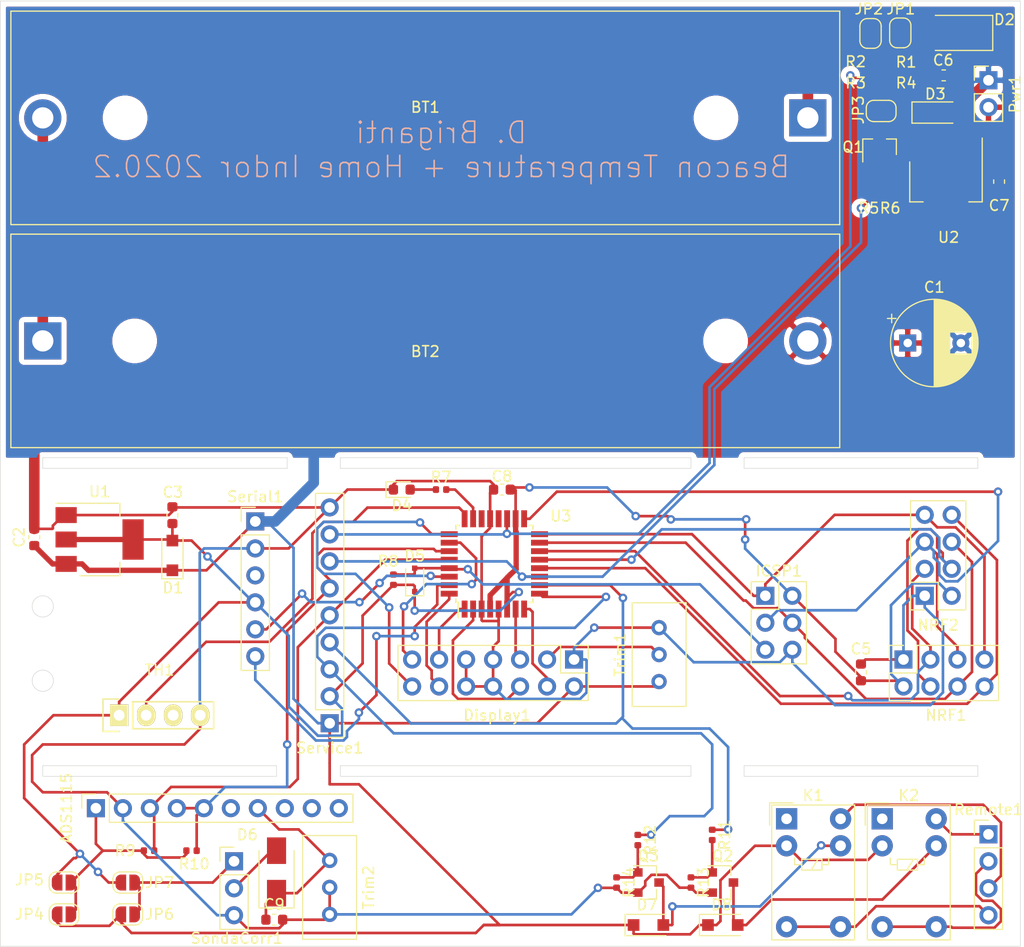
<source format=kicad_pcb>
(kicad_pcb (version 20171130) (host pcbnew 5.1.5-1.fc30)
  (layers (0 F.Cu signal) (31 B.Cu signal) (34 B.Paste user) (35 F.Paste user) (36 B.SilkS user) (37 F.SilkS user) (38 B.Mask user) (39 F.Mask user) (44 Edge.Cuts user))
  (net 0 "")
  (net 1 "Net-(BT1-Pad2)")
  (net 2 GND)
  (net 3 +3V3)
  (net 4 RESET)
  (net 5 MOSI)
  (net 6 SCK)
  (net 7 MISO)
  (net 8 "Net-(TH1-Pad2)")
  (net 9 "Net-(BT1-Pad1)")
  (net 10 IRQ)
  (net 11 CS)
  (net 12 CE)
  (net 13 "Net-(R1-Pad2)")
  (net 14 "Net-(Serial1-Pad5)")
  (net 15 DIS_Register)
  (net 16 DIS_Enable)
  (net 17 DIS_RW)
  (net 18 DIS_Data5)
  (net 19 DIS_Data4)
  (net 20 DIS_Data7)
  (net 21 DIS_Data6)
  (net 22 +5V)
  (net 23 "Net-(Display1-Pad3)")
  (net 24 "Net-(D4-Pad2)")
  (net 25 "Net-(JP3-Pad1)")
  (net 26 "Net-(Q1-Pad1)")
  (net 27 "Net-(JP1-Pad2)")
  (net 28 "Net-(JP2-Pad2)")
  (net 29 "Net-(R7-Pad2)")
  (net 30 "Net-(ADS1115-Pad7)")
  (net 31 "Net-(ADS1115-Pad4)")
  (net 32 "Net-(ADS1115-Pad3)")
  (net 33 "Net-(ADS1115-Pad1)")
  (net 34 "Net-(C6-Pad1)")
  (net 35 "Net-(D6-Pad2)")
  (net 36 "Net-(JP6-Pad2)")
  (net 37 "Net-(Serial1-Pad6)")
  (net 38 "Net-(D7-Pad2)")
  (net 39 "Net-(D8-Pad2)")
  (net 40 "Net-(Q2-Pad1)")
  (net 41 "Net-(Q3-Pad1)")
  (net 42 "Net-(R5-Pad2)")
  (net 43 "Net-(R11-Pad1)")
  (net 44 "Net-(R12-Pad1)")
  (net 45 "Net-(K1-Pad5)")
  (net 46 "Net-(K1-Pad10)")
  (net 47 "Net-(K2-Pad5)")
  (net 48 "Net-(K2-Pad10)")
  (module Capacitor_SMD:C_0603_1608Metric (layer F.Cu) (at 52.7875 108.5)
    (fp_text reference C9 (at 0 -1.43) (layer F.SilkS))
    (fp_text value 10uF)
    (pad 2 smd roundrect (at 0.7875 0) (size 0.875 0.95) (layers F.Cu F.Paste F.Mask) (net 2 GND))
    (pad 1 smd roundrect (at -0.7875 0) (size 0.875 0.95) (layers F.Cu F.Paste F.Mask) (net 30 "Net-(ADS1115-Pad7)"))
  )
  (module Connector_PinSocket_2.54mm:PinSocket_1x10_P2.54mm_Vertical (layer F.Cu) (at 36 98 90)
    (fp_text reference ADS1115 (at 0 -2.77 90) (layer F.SilkS))
    (fp_text value Conn_01x10)
    (pad 10 thru_hole oval (at 0 22.86 90) (size 1.7 1.7) (drill 1) (layers *.Cu *.Mask))
    (pad 9 thru_hole oval (at 0 20.32 90) (size 1.7 1.7) (drill 1) (layers *.Cu *.Mask))
    (pad 8 thru_hole oval (at 0 17.78 90) (size 1.7 1.7) (drill 1) (layers *.Cu *.Mask))
    (pad 7 thru_hole oval (at 0 15.24 90) (size 1.7 1.7) (drill 1) (layers *.Cu *.Mask) (net 30 "Net-(ADS1115-Pad7)"))
    (pad 6 thru_hole oval (at 0 12.7 90) (size 1.7 1.7) (drill 1) (layers *.Cu *.Mask))
    (pad 5 thru_hole oval (at 0 10.16 90) (size 1.7 1.7) (drill 1) (layers *.Cu *.Mask) (net 31 "Net-(ADS1115-Pad4)"))
    (pad 4 thru_hole oval (at 0 7.62 90) (size 1.7 1.7) (drill 1) (layers *.Cu *.Mask) (net 31 "Net-(ADS1115-Pad4)"))
    (pad 3 thru_hole oval (at 0 5.08 90) (size 1.7 1.7) (drill 1) (layers *.Cu *.Mask) (net 32 "Net-(ADS1115-Pad3)"))
    (pad 2 thru_hole oval (at 0 2.54 90) (size 1.7 1.7) (drill 1) (layers *.Cu *.Mask) (net 2 GND))
    (pad 1 thru_hole rect (at 0 0 90) (size 1.7 1.7) (drill 1) (layers *.Cu *.Mask) (net 33 "Net-(ADS1115-Pad1)"))
  )
  (module Resistor_SMD:R_0402_1005Metric (layer F.Cu) (at 68.485 68)
    (fp_text reference R7 (at 0 -1.17) (layer F.SilkS))
    (fp_text value 1k)
    (pad 2 smd roundrect (at 0.485 0) (size 0.59 0.64) (layers F.Cu F.Paste F.Mask) (net 29 "Net-(R7-Pad2)"))
    (pad 1 smd roundrect (at -0.485 0) (size 0.59 0.64) (layers F.Cu F.Paste F.Mask) (net 24 "Net-(D4-Pad2)"))
  )
  (module LED_SMD:LED_0603_1608Metric (layer F.Cu) (at 64.7875 68)
    (fp_text reference D4 (at 0 1.5) (layer F.SilkS))
    (fp_text value LED_ALT)
    (pad 2 smd roundrect (at 0.7875 0) (size 0.875 0.95) (layers F.Cu F.Paste F.Mask) (net 24 "Net-(D4-Pad2)"))
    (pad 1 smd roundrect (at -0.7875 0) (size 0.875 0.95) (layers F.Cu F.Paste F.Mask) (net 2 GND))
  )
  (module Potentiometer_THT:Potentiometer_Bourns_3296W_Vertical (layer F.Cu) (at 89 81 90)
    (fp_text reference Trim1 (at -2.54 -3.66 90) (layer F.SilkS))
    (fp_text value 30k)
    (pad 3 thru_hole circle (at -5.08 0 90) (size 1.44 1.44) (drill 0.8) (layers *.Cu *.Mask) (net 22 +5V))
    (pad 2 thru_hole circle (at -2.54 0 90) (size 1.44 1.44) (drill 0.8) (layers *.Cu *.Mask) (net 23 "Net-(Display1-Pad3)"))
    (pad 1 thru_hole circle (at 0 0 90) (size 1.44 1.44) (drill 0.8) (layers *.Cu *.Mask) (net 2 GND))
  )
  (module Connector_PinHeader_2.54mm:PinHeader_1x09_P2.54mm_Vertical (layer F.Cu) (at 58 90 180)
    (fp_text reference Service1 (at 0 -2.33) (layer F.SilkS))
    (fp_text value Conn_01x09)
    (pad 9 thru_hole oval (at 0 20.32 180) (size 1.7 1.7) (drill 1) (layers *.Cu *.Mask) (net 2 GND))
    (pad 8 thru_hole oval (at 0 17.78 180) (size 1.7 1.7) (drill 1) (layers *.Cu *.Mask) (net 13 "Net-(R1-Pad2)"))
    (pad 7 thru_hole oval (at 0 15.24 180) (size 1.7 1.7) (drill 1) (layers *.Cu *.Mask) (net 42 "Net-(R5-Pad2)"))
    (pad 6 thru_hole oval (at 0 12.7 180) (size 1.7 1.7) (drill 1) (layers *.Cu *.Mask) (net 31 "Net-(ADS1115-Pad4)"))
    (pad 5 thru_hole oval (at 0 10.16 180) (size 1.7 1.7) (drill 1) (layers *.Cu *.Mask) (net 32 "Net-(ADS1115-Pad3)"))
    (pad 4 thru_hole oval (at 0 7.62 180) (size 1.7 1.7) (drill 1) (layers *.Cu *.Mask) (net 43 "Net-(R11-Pad1)"))
    (pad 3 thru_hole oval (at 0 5.08 180) (size 1.7 1.7) (drill 1) (layers *.Cu *.Mask) (net 44 "Net-(R12-Pad1)"))
    (pad 2 thru_hole oval (at 0 2.54 180) (size 1.7 1.7) (drill 1) (layers *.Cu *.Mask) (net 3 +3V3))
    (pad 1 thru_hole rect (at 0 0 180) (size 1.7 1.7) (drill 1) (layers *.Cu *.Mask) (net 22 +5V))
  )
  (module Resistor_SMD:R_0402_1005Metric (layer F.Cu) (at 45 102)
    (fp_text reference R10 (at 0.25 1.25) (layer F.SilkS))
    (fp_text value 100k)
    (pad 2 smd roundrect (at 0.485 0) (size 0.59 0.64) (layers F.Cu F.Paste F.Mask) (net 31 "Net-(ADS1115-Pad4)"))
    (pad 1 smd roundrect (at -0.485 0) (size 0.59 0.64) (layers F.Cu F.Paste F.Mask) (net 33 "Net-(ADS1115-Pad1)"))
  )
  (module Resistor_SMD:R_0402_1005Metric (layer F.Cu) (at 41 102)
    (fp_text reference R9 (at -2.25 0) (layer F.SilkS))
    (fp_text value 100k)
    (pad 2 smd roundrect (at 0.485 0) (size 0.59 0.64) (layers F.Cu F.Paste F.Mask) (net 32 "Net-(ADS1115-Pad3)"))
    (pad 1 smd roundrect (at -0.485 0) (size 0.59 0.64) (layers F.Cu F.Paste F.Mask) (net 33 "Net-(ADS1115-Pad1)"))
  )
  (module Connector_PinSocket_2.54mm:PinSocket_2x04_P2.54mm_Vertical (layer F.Cu) (at 114 78 180)
    (fp_text reference NRF2 (at -1.27 -2.77) (layer F.SilkS))
    (fp_text value Conn_02x04_Odd_Even)
    (pad 8 thru_hole oval (at -2.54 7.62 180) (size 1.7 1.7) (drill 1) (layers *.Cu *.Mask) (net 10 IRQ))
    (pad 7 thru_hole oval (at 0 7.62 180) (size 1.7 1.7) (drill 1) (layers *.Cu *.Mask) (net 7 MISO))
    (pad 6 thru_hole oval (at -2.54 5.08 180) (size 1.7 1.7) (drill 1) (layers *.Cu *.Mask) (net 5 MOSI))
    (pad 5 thru_hole oval (at 0 5.08 180) (size 1.7 1.7) (drill 1) (layers *.Cu *.Mask) (net 6 SCK))
    (pad 4 thru_hole oval (at -2.54 2.54 180) (size 1.7 1.7) (drill 1) (layers *.Cu *.Mask) (net 11 CS))
    (pad 3 thru_hole oval (at 0 2.54 180) (size 1.7 1.7) (drill 1) (layers *.Cu *.Mask) (net 12 CE))
    (pad 2 thru_hole oval (at -2.54 0 180) (size 1.7 1.7) (drill 1) (layers *.Cu *.Mask) (net 3 +3V3))
    (pad 1 thru_hole rect (at 0 0 180) (size 1.7 1.7) (drill 1) (layers *.Cu *.Mask) (net 2 GND))
  )
  (module Battery:BatteryHolder_MPD_BH-18650-PC2 (layer F.Cu) (at 31 54)
    (fp_text reference BT2 (at 36 1) (layer F.SilkS))
    (fp_text value Battery_Cell_3.7V)
    (pad "" np_thru_hole circle (at 64.255 0) (size 3.2 3.2) (drill 3.2) (layers *.Cu *.Mask))
    (pad "" np_thru_hole circle (at 8.645 0) (size 3.2 3.2) (drill 3.2) (layers *.Cu *.Mask))
    (pad 1 thru_hole rect (at 0 0) (size 3.5 3.5) (drill 2) (layers *.Cu *.Mask) (net 1 "Net-(BT1-Pad2)"))
    (pad 2 thru_hole circle (at 72 0) (size 3.5 3.5) (drill 2) (layers *.Cu *.Mask) (net 2 GND))
  )
  (module Jumper:SolderJumper-2_P1.3mm_Bridged_RoundedPad1.0x1.5mm (layer F.Cu) (at 111.7 25 270)
    (fp_text reference JP1 (at -2.25 -0.05 180) (layer F.SilkS))
    (fp_text value SolderJumper_2_Closed)
    (fp_poly (pts (xy 0.25 -0.3) (xy -0.25 -0.3) (xy -0.25 0.3) (xy 0.25 0.3)) (layer F.Cu) (width 0))
    (pad 1 smd custom (at -0.65 0 270) (size 1 0.5) (layers F.Cu F.Mask) (net 9 "Net-(BT1-Pad1)") (options (clearance outline) (anchor rect)) (primitives (gr_circle (center 0 0.25) (end 0.5 0.25) (width 0)) (gr_circle (center 0 -0.25) (end 0.5 -0.25) (width 0)) (gr_poly (pts (xy 0 -0.75) (xy 0.5 -0.75) (xy 0.5 0.75) (xy 0 0.75)) (width 0))))
    (pad 2 smd custom (at 0.65 0 270) (size 1 0.5) (layers F.Cu F.Mask) (net 27 "Net-(JP1-Pad2)") (options (clearance outline) (anchor rect)) (primitives (gr_circle (center 0 0.25) (end 0.5 0.25) (width 0)) (gr_circle (center 0 -0.25) (end 0.5 -0.25) (width 0)) (gr_poly (pts (xy 0 -0.75) (xy -0.5 -0.75) (xy -0.5 0.75) (xy 0 0.75)) (width 0))))
  )
  (module Connector_PinHeader_2.54mm:PinHeader_1x02_P2.54mm_Vertical (layer F.Cu) (at 120 29.46)
    (fp_text reference Pwr1 (at 2.5 1.29 90) (layer F.SilkS))
    (fp_text value Conn_01x02)
    (pad 2 thru_hole oval (at 0 2.54) (size 1.7 1.7) (drill 1) (layers *.Cu *.Mask) (net 2 GND))
    (pad 1 thru_hole rect (at 0 0) (size 1.7 1.7) (drill 1) (layers *.Cu *.Mask) (net 22 +5V))
  )
  (module Capacitor_THT:CP_Radial_D8.0mm_P5.00mm (layer F.Cu) (at 112.4 54.2)
    (fp_text reference C1 (at 2.5 -5.25) (layer F.SilkS))
    (fp_text value ?)
    (pad 2 thru_hole circle (at 5 0) (size 1.6 1.6) (drill 0.8) (layers *.Cu *.Mask) (net 22 +5V))
    (pad 1 thru_hole rect (at 0 0) (size 1.6 1.6) (drill 0.8) (layers *.Cu *.Mask) (net 2 GND))
  )
  (module Package_TO_SOT_SMD:SOT-223-3_TabPin2 (layer F.Cu) (at 116 39 270)
    (fp_text reference U2 (at 5.25 -0.25 180) (layer F.SilkS))
    (fp_text value AMS1117-5.0)
    (pad 1 smd rect (at -3.15 -2.3 270) (size 2 1.5) (layers F.Cu F.Paste F.Mask) (net 2 GND))
    (pad 3 smd rect (at -3.15 2.3 270) (size 2 1.5) (layers F.Cu F.Paste F.Mask) (net 34 "Net-(C6-Pad1)"))
    (pad 2 smd rect (at -3.15 0 270) (size 2 1.5) (layers F.Cu F.Paste F.Mask) (net 22 +5V))
    (pad 2 smd rect (at 3.15 0 270) (size 2 3.8) (layers F.Cu F.Paste F.Mask) (net 22 +5V))
  )
  (module Relay_THT:Relay_SPDT_Omron_G5V-1 (layer F.Cu) (at 110 99)
    (fp_text reference K2 (at 2.5 -2.2) (layer F.SilkS))
    (fp_text value G5V1)
    (pad 5 thru_hole circle (at 0 10.16) (size 2 2) (drill 1) (layers *.Cu *.Mask) (net 47 "Net-(K2-Pad5)"))
    (pad 6 thru_hole circle (at 5.08 10.16) (size 2 2) (drill 1) (layers *.Cu *.Mask) (net 47 "Net-(K2-Pad5)"))
    (pad 2 thru_hole circle (at 0 2.54) (size 2 2) (drill 1) (layers *.Cu *.Mask) (net 22 +5V))
    (pad 1 thru_hole rect (at 0 0) (size 2 2) (drill 1) (layers *.Cu *.Mask))
    (pad 9 thru_hole circle (at 5.08 2.54) (size 2 2) (drill 1) (layers *.Cu *.Mask) (net 39 "Net-(D8-Pad2)"))
    (pad 10 thru_hole circle (at 5.08 0) (size 2 2) (drill 1) (layers *.Cu *.Mask) (net 48 "Net-(K2-Pad10)"))
  )
  (module Relay_THT:Relay_SPDT_Omron_G5V-1 (layer F.Cu) (at 101 99)
    (fp_text reference K1 (at 2.5 -2.2) (layer F.SilkS))
    (fp_text value G5V1)
    (pad 5 thru_hole circle (at 0 10.16) (size 2 2) (drill 1) (layers *.Cu *.Mask) (net 45 "Net-(K1-Pad5)"))
    (pad 6 thru_hole circle (at 5.08 10.16) (size 2 2) (drill 1) (layers *.Cu *.Mask) (net 45 "Net-(K1-Pad5)"))
    (pad 2 thru_hole circle (at 0 2.54) (size 2 2) (drill 1) (layers *.Cu *.Mask) (net 22 +5V))
    (pad 1 thru_hole rect (at 0 0) (size 2 2) (drill 1) (layers *.Cu *.Mask))
    (pad 9 thru_hole circle (at 5.08 2.54) (size 2 2) (drill 1) (layers *.Cu *.Mask) (net 38 "Net-(D7-Pad2)"))
    (pad 10 thru_hole circle (at 5.08 0) (size 2 2) (drill 1) (layers *.Cu *.Mask) (net 46 "Net-(K1-Pad10)"))
  )
  (module Connector_PinHeader_2.54mm:PinHeader_1x04_P2.54mm_Vertical (layer F.Cu) (at 120 100.46)
    (fp_text reference Remote1 (at 0 -2.33) (layer F.SilkS))
    (fp_text value Conn_01x04)
    (pad 4 thru_hole oval (at 0 7.62) (size 1.7 1.7) (drill 1) (layers *.Cu *.Mask) (net 45 "Net-(K1-Pad5)"))
    (pad 3 thru_hole oval (at 0 5.08) (size 1.7 1.7) (drill 1) (layers *.Cu *.Mask) (net 46 "Net-(K1-Pad10)"))
    (pad 2 thru_hole oval (at 0 2.54) (size 1.7 1.7) (drill 1) (layers *.Cu *.Mask) (net 47 "Net-(K2-Pad5)"))
    (pad 1 thru_hole rect (at 0 0) (size 1.7 1.7) (drill 1) (layers *.Cu *.Mask) (net 48 "Net-(K2-Pad10)"))
  )
  (module Resistor_SMD:R_0402_1005Metric (layer F.Cu) (at 85 105 270)
    (fp_text reference R14 (at 0 -1.17 90) (layer F.SilkS))
    (fp_text value 20k)
    (pad 2 smd roundrect (at 0.485 0 270) (size 0.59 0.64) (layers F.Cu F.Paste F.Mask) (net 2 GND))
    (pad 1 smd roundrect (at -0.485 0 270) (size 0.59 0.64) (layers F.Cu F.Paste F.Mask) (net 41 "Net-(Q3-Pad1)"))
  )
  (module Resistor_SMD:R_0402_1005Metric (layer F.Cu) (at 92 105 270)
    (fp_text reference R13 (at 0 -1.17 90) (layer F.SilkS))
    (fp_text value 20k)
    (pad 2 smd roundrect (at 0.485 0 270) (size 0.59 0.64) (layers F.Cu F.Paste F.Mask) (net 2 GND))
    (pad 1 smd roundrect (at -0.485 0 270) (size 0.59 0.64) (layers F.Cu F.Paste F.Mask) (net 40 "Net-(Q2-Pad1)"))
  )
  (module Resistor_SMD:R_0402_1005Metric (layer F.Cu) (at 87 101 270)
    (fp_text reference R12 (at 0 -1.17 90) (layer F.SilkS))
    (fp_text value 10)
    (pad 2 smd roundrect (at 0.485 0 270) (size 0.59 0.64) (layers F.Cu F.Paste F.Mask) (net 41 "Net-(Q3-Pad1)"))
    (pad 1 smd roundrect (at -0.485 0 270) (size 0.59 0.64) (layers F.Cu F.Paste F.Mask) (net 44 "Net-(R12-Pad1)"))
  )
  (module Resistor_SMD:R_0402_1005Metric (layer F.Cu) (at 94 100.515 270)
    (fp_text reference R11 (at 0 -1.17 90) (layer F.SilkS))
    (fp_text value 10)
    (pad 2 smd roundrect (at 0.485 0 270) (size 0.59 0.64) (layers F.Cu F.Paste F.Mask) (net 40 "Net-(Q2-Pad1)"))
    (pad 1 smd roundrect (at -0.485 0 270) (size 0.59 0.64) (layers F.Cu F.Paste F.Mask) (net 43 "Net-(R11-Pad1)"))
  )
  (module Package_TO_SOT_SMD:SOT-23 (layer F.Cu) (at 88 105)
    (fp_text reference Q3 (at 0 -2.5) (layer F.SilkS))
    (fp_text value 2N7002)
    (pad 3 smd rect (at 1 0) (size 0.9 0.8) (layers F.Cu F.Paste F.Mask) (net 38 "Net-(D7-Pad2)"))
    (pad 2 smd rect (at -1 0.95) (size 0.9 0.8) (layers F.Cu F.Paste F.Mask) (net 2 GND))
    (pad 1 smd rect (at -1 -0.95) (size 0.9 0.8) (layers F.Cu F.Paste F.Mask) (net 41 "Net-(Q3-Pad1)"))
  )
  (module Package_TO_SOT_SMD:SOT-23 (layer F.Cu) (at 95 105)
    (fp_text reference Q2 (at 0 -2.5) (layer F.SilkS))
    (fp_text value 2N7002)
    (pad 3 smd rect (at 1 0) (size 0.9 0.8) (layers F.Cu F.Paste F.Mask) (net 39 "Net-(D8-Pad2)"))
    (pad 2 smd rect (at -1 0.95) (size 0.9 0.8) (layers F.Cu F.Paste F.Mask) (net 2 GND))
    (pad 1 smd rect (at -1 -0.95) (size 0.9 0.8) (layers F.Cu F.Paste F.Mask) (net 40 "Net-(Q2-Pad1)"))
  )
  (module Diode_SMD:D_SOD-123F (layer F.Cu) (at 95 109)
    (fp_text reference D8 (at -0.127 -1.905) (layer F.SilkS))
    (fp_text value SM4007)
    (pad 2 smd rect (at 1.4 0) (size 1.1 1.1) (layers F.Cu F.Paste F.Mask) (net 39 "Net-(D8-Pad2)"))
    (pad 1 smd rect (at -1.4 0) (size 1.1 1.1) (layers F.Cu F.Paste F.Mask) (net 22 +5V))
  )
  (module Diode_SMD:D_SOD-123F (layer F.Cu) (at 88 109)
    (fp_text reference D7 (at -0.127 -1.905) (layer F.SilkS))
    (fp_text value SM4007)
    (pad 2 smd rect (at 1.4 0) (size 1.1 1.1) (layers F.Cu F.Paste F.Mask) (net 38 "Net-(D7-Pad2)"))
    (pad 1 smd rect (at -1.4 0) (size 1.1 1.1) (layers F.Cu F.Paste F.Mask) (net 22 +5V))
  )
  (module Potentiometer_THT:Potentiometer_Bourns_3296W_Vertical (layer F.Cu) (at 58 108 270)
    (fp_text reference Trim2 (at -2.54 -3.66 90) (layer F.SilkS))
    (fp_text value 30k)
    (pad 3 thru_hole circle (at -5.08 0 270) (size 1.44 1.44) (drill 0.8) (layers *.Cu *.Mask) (net 30 "Net-(ADS1115-Pad7)"))
    (pad 2 thru_hole circle (at -2.54 0 270) (size 1.44 1.44) (drill 0.8) (layers *.Cu *.Mask) (net 2 GND))
    (pad 1 thru_hole circle (at 0 0 270) (size 1.44 1.44) (drill 0.8) (layers *.Cu *.Mask) (net 2 GND))
  )
  (module Connector_PinHeader_2.54mm:PinHeader_1x03_P2.54mm_Vertical (layer F.Cu) (at 49 103)
    (fp_text reference SondaCorr1 (at 0.25 7.25) (layer F.SilkS))
    (fp_text value Conn_01x03)
    (pad 3 thru_hole oval (at 0 5.08) (size 1.7 1.7) (drill 1) (layers *.Cu *.Mask) (net 2 GND))
    (pad 2 thru_hole oval (at 0 2.54) (size 1.7 1.7) (drill 1) (layers *.Cu *.Mask) (net 35 "Net-(D6-Pad2)"))
    (pad 1 thru_hole rect (at 0 0) (size 1.7 1.7) (drill 1) (layers *.Cu *.Mask) (net 36 "Net-(JP6-Pad2)"))
  )
  (module Connector_PinHeader_2.54mm:PinHeader_1x06_P2.54mm_Vertical (layer F.Cu) (at 51 71)
    (fp_text reference Serial1 (at 0 -2.33) (layer F.SilkS))
    (fp_text value Conn_01x06)
    (pad 6 thru_hole oval (at 0 12.7) (size 1.7 1.7) (drill 1) (layers *.Cu *.Mask) (net 37 "Net-(Serial1-Pad6)"))
    (pad 5 thru_hole oval (at 0 10.16) (size 1.7 1.7) (drill 1) (layers *.Cu *.Mask) (net 14 "Net-(Serial1-Pad5)"))
    (pad 4 thru_hole oval (at 0 7.62) (size 1.7 1.7) (drill 1) (layers *.Cu *.Mask) (net 3 +3V3))
    (pad 3 thru_hole oval (at 0 5.08) (size 1.7 1.7) (drill 1) (layers *.Cu *.Mask))
    (pad 2 thru_hole oval (at 0 2.54) (size 1.7 1.7) (drill 1) (layers *.Cu *.Mask) (net 2 GND))
    (pad 1 thru_hole rect (at 0 0) (size 1.7 1.7) (drill 1) (layers *.Cu *.Mask) (net 22 +5V))
  )
  (module Jumper:SolderJumper-2_P1.3mm_Open_RoundedPad1.0x1.5mm (layer F.Cu) (at 39 105)
    (fp_text reference JP7 (at 3 0) (layer F.SilkS))
    (fp_text value SolderJumper_2_Open)
    (pad 2 smd custom (at 0.65 0) (size 1 0.5) (layers F.Cu F.Mask) (net 36 "Net-(JP6-Pad2)") (options (clearance outline) (anchor rect)) (primitives (gr_circle (center 0 0.25) (end 0.5 0.25) (width 0)) (gr_circle (center 0 -0.25) (end 0.5 -0.25) (width 0)) (gr_poly (pts (xy 0 -0.75) (xy -0.5 -0.75) (xy -0.5 0.75) (xy 0 0.75)) (width 0))))
    (pad 1 smd custom (at -0.65 0) (size 1 0.5) (layers F.Cu F.Mask) (net 3 +3V3) (options (clearance outline) (anchor rect)) (primitives (gr_circle (center 0 0.25) (end 0.5 0.25) (width 0)) (gr_circle (center 0 -0.25) (end 0.5 -0.25) (width 0)) (gr_poly (pts (xy 0 -0.75) (xy 0.5 -0.75) (xy 0.5 0.75) (xy 0 0.75)) (width 0))))
  )
  (module Jumper:SolderJumper-2_P1.3mm_Open_RoundedPad1.0x1.5mm (layer F.Cu) (at 39 108)
    (fp_text reference JP6 (at 3 0) (layer F.SilkS))
    (fp_text value SolderJumper_2_Open)
    (pad 2 smd custom (at 0.65 0) (size 1 0.5) (layers F.Cu F.Mask) (net 36 "Net-(JP6-Pad2)") (options (clearance outline) (anchor rect)) (primitives (gr_circle (center 0 0.25) (end 0.5 0.25) (width 0)) (gr_circle (center 0 -0.25) (end 0.5 -0.25) (width 0)) (gr_poly (pts (xy 0 -0.75) (xy -0.5 -0.75) (xy -0.5 0.75) (xy 0 0.75)) (width 0))))
    (pad 1 smd custom (at -0.65 0) (size 1 0.5) (layers F.Cu F.Mask) (net 22 +5V) (options (clearance outline) (anchor rect)) (primitives (gr_circle (center 0 0.25) (end 0.5 0.25) (width 0)) (gr_circle (center 0 -0.25) (end 0.5 -0.25) (width 0)) (gr_poly (pts (xy 0 -0.75) (xy 0.5 -0.75) (xy 0.5 0.75) (xy 0 0.75)) (width 0))))
  )
  (module Jumper:SolderJumper-2_P1.3mm_Open_RoundedPad1.0x1.5mm (layer F.Cu) (at 33 105)
    (fp_text reference JP5 (at -3.25 -0.25) (layer F.SilkS))
    (fp_text value SolderJumper_2_Open)
    (pad 2 smd custom (at 0.65 0) (size 1 0.5) (layers F.Cu F.Mask) (net 33 "Net-(ADS1115-Pad1)") (options (clearance outline) (anchor rect)) (primitives (gr_circle (center 0 0.25) (end 0.5 0.25) (width 0)) (gr_circle (center 0 -0.25) (end 0.5 -0.25) (width 0)) (gr_poly (pts (xy 0 -0.75) (xy -0.5 -0.75) (xy -0.5 0.75) (xy 0 0.75)) (width 0))))
    (pad 1 smd custom (at -0.65 0) (size 1 0.5) (layers F.Cu F.Mask) (net 3 +3V3) (options (clearance outline) (anchor rect)) (primitives (gr_circle (center 0 0.25) (end 0.5 0.25) (width 0)) (gr_circle (center 0 -0.25) (end 0.5 -0.25) (width 0)) (gr_poly (pts (xy 0 -0.75) (xy 0.5 -0.75) (xy 0.5 0.75) (xy 0 0.75)) (width 0))))
  )
  (module Jumper:SolderJumper-2_P1.3mm_Open_RoundedPad1.0x1.5mm (layer F.Cu) (at 33 108)
    (fp_text reference JP4 (at -3.25 0) (layer F.SilkS))
    (fp_text value SolderJumper_2_Open)
    (pad 2 smd custom (at 0.65 0) (size 1 0.5) (layers F.Cu F.Mask) (net 33 "Net-(ADS1115-Pad1)") (options (clearance outline) (anchor rect)) (primitives (gr_circle (center 0 0.25) (end 0.5 0.25) (width 0)) (gr_circle (center 0 -0.25) (end 0.5 -0.25) (width 0)) (gr_poly (pts (xy 0 -0.75) (xy -0.5 -0.75) (xy -0.5 0.75) (xy 0 0.75)) (width 0))))
    (pad 1 smd custom (at -0.65 0) (size 1 0.5) (layers F.Cu F.Mask) (net 22 +5V) (options (clearance outline) (anchor rect)) (primitives (gr_circle (center 0 0.25) (end 0.5 0.25) (width 0)) (gr_circle (center 0 -0.25) (end 0.5 -0.25) (width 0)) (gr_poly (pts (xy 0 -0.75) (xy 0.5 -0.75) (xy 0.5 0.75) (xy 0 0.75)) (width 0))))
  )
  (module Diode_SMD:D_SMA (layer F.Cu) (at 53 104 90)
    (fp_text reference D6 (at 3.5 -2.75 180) (layer F.SilkS))
    (fp_text value B120-E3)
    (pad 2 smd rect (at 2 0 90) (size 2.5 1.8) (layers F.Cu F.Paste F.Mask) (net 35 "Net-(D6-Pad2)"))
    (pad 1 smd rect (at -2 0 90) (size 2.5 1.8) (layers F.Cu F.Paste F.Mask) (net 30 "Net-(ADS1115-Pad7)"))
  )
  (module lib:DHT22_Temperature_Humidity (layer F.Cu) (at 42 89.25)
    (fp_text reference TH1 (at 0 -4.25) (layer F.SilkS))
    (fp_text value DHT22)
    (pad 4 thru_hole oval (at 3.81 0 90) (size 2.032 1.7272) (drill 1.016) (layers *.Cu *.Mask F.SilkS) (net 2 GND))
    (pad 3 thru_hole oval (at 1.27 0 90) (size 2.032 1.7272) (drill 1.016) (layers *.Cu *.Mask F.SilkS))
    (pad 2 thru_hole oval (at -1.27 0 90) (size 2.032 1.7272) (drill 1.016) (layers *.Cu *.Mask F.SilkS) (net 8 "Net-(TH1-Pad2)"))
    (pad 1 thru_hole rect (at -3.81 0 90) (size 2.032 1.7272) (drill 1.016) (layers *.Cu *.Mask F.SilkS) (net 3 +3V3))
  )
  (module Connector_PinHeader_2.54mm:PinHeader_2x07_P2.54mm_Vertical (layer F.Cu) (at 81 84 270)
    (fp_text reference Display1 (at 5.25 7.25 180) (layer F.SilkS))
    (fp_text value Conn_02x07_Odd_Even)
    (pad 14 thru_hole oval (at 2.54 15.24 270) (size 1.7 1.7) (drill 1) (layers *.Cu *.Mask) (net 20 DIS_Data7))
    (pad 13 thru_hole oval (at 0 15.24 270) (size 1.7 1.7) (drill 1) (layers *.Cu *.Mask) (net 21 DIS_Data6))
    (pad 12 thru_hole oval (at 2.54 12.7 270) (size 1.7 1.7) (drill 1) (layers *.Cu *.Mask) (net 18 DIS_Data5))
    (pad 11 thru_hole oval (at 0 12.7 270) (size 1.7 1.7) (drill 1) (layers *.Cu *.Mask) (net 19 DIS_Data4))
    (pad 10 thru_hole oval (at 2.54 10.16 270) (size 1.7 1.7) (drill 1) (layers *.Cu *.Mask) (net 2 GND))
    (pad 9 thru_hole oval (at 0 10.16 270) (size 1.7 1.7) (drill 1) (layers *.Cu *.Mask) (net 2 GND))
    (pad 8 thru_hole oval (at 2.54 7.62 270) (size 1.7 1.7) (drill 1) (layers *.Cu *.Mask) (net 2 GND))
    (pad 7 thru_hole oval (at 0 7.62 270) (size 1.7 1.7) (drill 1) (layers *.Cu *.Mask) (net 2 GND))
    (pad 6 thru_hole oval (at 2.54 5.08 270) (size 1.7 1.7) (drill 1) (layers *.Cu *.Mask) (net 16 DIS_Enable))
    (pad 5 thru_hole oval (at 0 5.08 270) (size 1.7 1.7) (drill 1) (layers *.Cu *.Mask) (net 17 DIS_RW))
    (pad 4 thru_hole oval (at 2.54 2.54 270) (size 1.7 1.7) (drill 1) (layers *.Cu *.Mask) (net 15 DIS_Register))
    (pad 3 thru_hole oval (at 0 2.54 270) (size 1.7 1.7) (drill 1) (layers *.Cu *.Mask) (net 23 "Net-(Display1-Pad3)"))
    (pad 2 thru_hole oval (at 2.54 0 270) (size 1.7 1.7) (drill 1) (layers *.Cu *.Mask) (net 22 +5V))
    (pad 1 thru_hole rect (at 0 0 270) (size 1.7 1.7) (drill 1) (layers *.Cu *.Mask) (net 2 GND))
  )
  (module Connector_PinSocket_2.54mm:PinSocket_2x04_P2.54mm_Vertical (layer F.Cu) (at 112 84 90)
    (fp_text reference NRF1 (at -5.25 4 180) (layer F.SilkS))
    (fp_text value Conn_02x04_Odd_Even)
    (pad 8 thru_hole oval (at -2.54 7.62 90) (size 1.7 1.7) (drill 1) (layers *.Cu *.Mask) (net 10 IRQ))
    (pad 7 thru_hole oval (at 0 7.62 90) (size 1.7 1.7) (drill 1) (layers *.Cu *.Mask) (net 7 MISO))
    (pad 6 thru_hole oval (at -2.54 5.08 90) (size 1.7 1.7) (drill 1) (layers *.Cu *.Mask) (net 5 MOSI))
    (pad 5 thru_hole oval (at 0 5.08 90) (size 1.7 1.7) (drill 1) (layers *.Cu *.Mask) (net 6 SCK))
    (pad 4 thru_hole oval (at -2.54 2.54 90) (size 1.7 1.7) (drill 1) (layers *.Cu *.Mask) (net 11 CS))
    (pad 3 thru_hole oval (at 0 2.54 90) (size 1.7 1.7) (drill 1) (layers *.Cu *.Mask) (net 12 CE))
    (pad 2 thru_hole oval (at -2.54 0 90) (size 1.7 1.7) (drill 1) (layers *.Cu *.Mask) (net 3 +3V3))
    (pad 1 thru_hole rect (at 0 0 90) (size 1.7 1.7) (drill 1) (layers *.Cu *.Mask) (net 2 GND))
  )
  (module Jumper:SolderJumper-2_P1.3mm_Open_RoundedPad1.0x1.5mm (layer F.Cu) (at 109.9 32.35)
    (fp_text reference JP3 (at -2.15 -0.1 90) (layer F.SilkS))
    (fp_text value SolderJumper_2_Open)
    (pad 2 smd custom (at 0.65 0) (size 1 0.5) (layers F.Cu F.Mask) (net 2 GND) (options (clearance outline) (anchor rect)) (primitives (gr_circle (center 0 0.25) (end 0.5 0.25) (width 0)) (gr_circle (center 0 -0.25) (end 0.5 -0.25) (width 0)) (gr_poly (pts (xy 0 -0.75) (xy -0.5 -0.75) (xy -0.5 0.75) (xy 0 0.75)) (width 0))))
    (pad 1 smd custom (at -0.65 0) (size 1 0.5) (layers F.Cu F.Mask) (net 25 "Net-(JP3-Pad1)") (options (clearance outline) (anchor rect)) (primitives (gr_circle (center 0 0.25) (end 0.5 0.25) (width 0)) (gr_circle (center 0 -0.25) (end 0.5 -0.25) (width 0)) (gr_poly (pts (xy 0 -0.75) (xy 0.5 -0.75) (xy 0.5 0.75) (xy 0 0.75)) (width 0))))
  )
  (module Jumper:SolderJumper-2_P1.3mm_Open_RoundedPad1.0x1.5mm (layer F.Cu) (at 108.9 25.05 270)
    (fp_text reference JP2 (at -2.3 0.15 180) (layer F.SilkS))
    (fp_text value SolderJumper_2_Open)
    (pad 2 smd custom (at 0.65 0 270) (size 1 0.5) (layers F.Cu F.Mask) (net 28 "Net-(JP2-Pad2)") (options (clearance outline) (anchor rect)) (primitives (gr_circle (center 0 0.25) (end 0.5 0.25) (width 0)) (gr_circle (center 0 -0.25) (end 0.5 -0.25) (width 0)) (gr_poly (pts (xy 0 -0.75) (xy -0.5 -0.75) (xy -0.5 0.75) (xy 0 0.75)) (width 0))))
    (pad 1 smd custom (at -0.65 0 270) (size 1 0.5) (layers F.Cu F.Mask) (net 9 "Net-(BT1-Pad1)") (options (clearance outline) (anchor rect)) (primitives (gr_circle (center 0 0.25) (end 0.5 0.25) (width 0)) (gr_circle (center 0 -0.25) (end 0.5 -0.25) (width 0)) (gr_poly (pts (xy 0 -0.75) (xy 0.5 -0.75) (xy 0.5 0.75) (xy 0 0.75)) (width 0))))
  )
  (module Capacitor_SMD:C_0603_1608Metric (layer F.Cu) (at 121 39 270)
    (fp_text reference C7 (at 2.25 0 180) (layer F.SilkS))
    (fp_text value 10uF)
    (pad 2 smd roundrect (at 0.7875 0 270) (size 0.875 0.95) (layers F.Cu F.Paste F.Mask) (net 2 GND))
    (pad 1 smd roundrect (at -0.7875 0 270) (size 0.875 0.95) (layers F.Cu F.Paste F.Mask) (net 22 +5V))
  )
  (module Capacitor_SMD:C_0603_1608Metric (layer F.Cu) (at 43.2 70.4125 90)
    (fp_text reference C3 (at 2.1625 0.05 180) (layer F.SilkS))
    (fp_text value 10uF)
    (pad 2 smd roundrect (at 0.7875 0 90) (size 0.875 0.95) (layers F.Cu F.Paste F.Mask) (net 2 GND))
    (pad 1 smd roundrect (at -0.7875 0 90) (size 0.875 0.95) (layers F.Cu F.Paste F.Mask) (net 3 +3V3))
  )
  (module Resistor_SMD:R_0402_1005Metric (layer F.Cu) (at 64 76.485 270)
    (fp_text reference R8 (at -1.735 0.5 180) (layer F.SilkS))
    (fp_text value 10k)
    (pad 2 smd roundrect (at 0.485 0 270) (size 0.59 0.64) (layers F.Cu F.Paste F.Mask) (net 3 +3V3))
    (pad 1 smd roundrect (at -0.485 0 270) (size 0.59 0.64) (layers F.Cu F.Paste F.Mask) (net 4 RESET))
  )
  (module Resistor_SMD:R_0402_1005Metric (layer F.Cu) (at 110.4 39.7 270)
    (fp_text reference R6 (at 1.8 -0.35 180) (layer F.SilkS))
    (fp_text value 20k)
    (pad 2 smd roundrect (at 0.485 0 270) (size 0.59 0.64) (layers F.Cu F.Paste F.Mask) (net 2 GND))
    (pad 1 smd roundrect (at -0.485 0 270) (size 0.59 0.64) (layers F.Cu F.Paste F.Mask) (net 26 "Net-(Q1-Pad1)"))
  )
  (module Resistor_SMD:R_0402_1005Metric (layer F.Cu) (at 108.9 39.7 270)
    (fp_text reference R5 (at 1.8 0.15 180) (layer F.SilkS))
    (fp_text value 10)
    (pad 2 smd roundrect (at 0.485 0 270) (size 0.59 0.64) (layers F.Cu F.Paste F.Mask) (net 42 "Net-(R5-Pad2)"))
    (pad 1 smd roundrect (at -0.485 0 270) (size 0.59 0.64) (layers F.Cu F.Paste F.Mask) (net 26 "Net-(Q1-Pad1)"))
  )
  (module Resistor_SMD:R_0402_1005Metric (layer F.Cu) (at 110.9 29.715 270)
    (fp_text reference R4 (at 0 -1.35 180) (layer F.SilkS))
    (fp_text value 10k)
    (pad 2 smd roundrect (at 0.485 0 270) (size 0.59 0.64) (layers F.Cu F.Paste F.Mask) (net 25 "Net-(JP3-Pad1)"))
    (pad 1 smd roundrect (at -0.485 0 270) (size 0.59 0.64) (layers F.Cu F.Paste F.Mask) (net 13 "Net-(R1-Pad2)"))
  )
  (module Resistor_SMD:R_0402_1005Metric (layer F.Cu) (at 108.9 29.715 270)
    (fp_text reference R3 (at 0 1.4 180) (layer F.SilkS))
    (fp_text value 1m)
    (pad 2 smd roundrect (at 0.485 0 270) (size 0.59 0.64) (layers F.Cu F.Paste F.Mask) (net 25 "Net-(JP3-Pad1)"))
    (pad 1 smd roundrect (at -0.485 0 270) (size 0.59 0.64) (layers F.Cu F.Paste F.Mask) (net 13 "Net-(R1-Pad2)"))
  )
  (module Resistor_SMD:R_0402_1005Metric (layer F.Cu) (at 108.9 27.715 270)
    (fp_text reference R2 (at 0 1.4 180) (layer F.SilkS))
    (fp_text value 100k)
    (pad 2 smd roundrect (at 0.485 0 270) (size 0.59 0.64) (layers F.Cu F.Paste F.Mask) (net 13 "Net-(R1-Pad2)"))
    (pad 1 smd roundrect (at -0.485 0 270) (size 0.59 0.64) (layers F.Cu F.Paste F.Mask) (net 28 "Net-(JP2-Pad2)"))
  )
  (module Resistor_SMD:R_0402_1005Metric (layer F.Cu) (at 110.9 27.715 270)
    (fp_text reference R1 (at 0.035 -1.35 180) (layer F.SilkS))
    (fp_text value 10m)
    (pad 2 smd roundrect (at 0.485 0 270) (size 0.59 0.64) (layers F.Cu F.Paste F.Mask) (net 13 "Net-(R1-Pad2)"))
    (pad 1 smd roundrect (at -0.485 0 270) (size 0.59 0.64) (layers F.Cu F.Paste F.Mask) (net 27 "Net-(JP1-Pad2)"))
  )
  (module Package_TO_SOT_SMD:SOT-23 (layer F.Cu) (at 109.75 35.75 90)
    (fp_text reference Q1 (at 0 -2.5 180) (layer F.SilkS))
    (fp_text value 2N7002)
    (pad 3 smd rect (at 1 0 90) (size 0.9 0.8) (layers F.Cu F.Paste F.Mask) (net 25 "Net-(JP3-Pad1)"))
    (pad 2 smd rect (at -1 0.95 90) (size 0.9 0.8) (layers F.Cu F.Paste F.Mask) (net 2 GND))
    (pad 1 smd rect (at -1 -0.95 90) (size 0.9 0.8) (layers F.Cu F.Paste F.Mask) (net 26 "Net-(Q1-Pad1)"))
  )
  (module Diode_SMD:D_SOD-123F (layer F.Cu) (at 115 32.5)
    (fp_text reference D3 (at 0 -1.75) (layer F.SilkS))
    (fp_text value SM4007)
    (pad 2 smd rect (at 1.4 0) (size 1.1 1.1) (layers F.Cu F.Paste F.Mask) (net 22 +5V))
    (pad 1 smd rect (at -1.4 0) (size 1.1 1.1) (layers F.Cu F.Paste F.Mask) (net 34 "Net-(C6-Pad1)"))
  )
  (module Diode_SMD:D_SMA (layer F.Cu) (at 117 25 180)
    (fp_text reference D2 (at -4.5 1.25) (layer F.SilkS))
    (fp_text value B120-E3)
    (pad 2 smd rect (at 2 0 180) (size 2.5 1.8) (layers F.Cu F.Paste F.Mask) (net 9 "Net-(BT1-Pad1)"))
    (pad 1 smd rect (at -2 0 180) (size 2.5 1.8) (layers F.Cu F.Paste F.Mask) (net 34 "Net-(C6-Pad1)"))
  )
  (module Diode_SMD:D_SOD-123F (layer F.Cu) (at 43.2 74.2 90)
    (fp_text reference D1 (at -3.05 0.05 180) (layer F.SilkS))
    (fp_text value SM4007)
    (pad 2 smd rect (at 1.4 0 90) (size 1.1 1.1) (layers F.Cu F.Paste F.Mask) (net 3 +3V3))
    (pad 1 smd rect (at -1.4 0 90) (size 1.1 1.1) (layers F.Cu F.Paste F.Mask) (net 22 +5V))
  )
  (module Capacitor_SMD:C_0603_1608Metric (layer F.Cu) (at 115.7875 29)
    (fp_text reference C6 (at -0.0375 -1.43) (layer F.SilkS))
    (fp_text value 10uF)
    (pad 2 smd roundrect (at 0.7875 0) (size 0.875 0.95) (layers F.Cu F.Paste F.Mask) (net 2 GND))
    (pad 1 smd roundrect (at -0.7875 0) (size 0.875 0.95) (layers F.Cu F.Paste F.Mask) (net 34 "Net-(C6-Pad1)"))
  )
  (module Connector_PinHeader_2.54mm:PinHeader_2x03_P2.54mm_Vertical (layer F.Cu) (at 99 78)
    (fp_text reference ICSP1 (at 1.27 -2.33) (layer F.SilkS))
    (fp_text value Conn_02x03_Odd_Even)
    (pad 6 thru_hole oval (at 2.54 5.08) (size 1.7 1.7) (drill 1) (layers *.Cu *.Mask) (net 2 GND))
    (pad 5 thru_hole oval (at 0 5.08) (size 1.7 1.7) (drill 1) (layers *.Cu *.Mask) (net 4 RESET))
    (pad 4 thru_hole oval (at 2.54 2.54) (size 1.7 1.7) (drill 1) (layers *.Cu *.Mask) (net 5 MOSI))
    (pad 3 thru_hole oval (at 0 2.54) (size 1.7 1.7) (drill 1) (layers *.Cu *.Mask) (net 6 SCK))
    (pad 2 thru_hole oval (at 2.54 0) (size 1.7 1.7) (drill 1) (layers *.Cu *.Mask) (net 3 +3V3))
    (pad 1 thru_hole rect (at 0 0) (size 1.7 1.7) (drill 1) (layers *.Cu *.Mask) (net 7 MISO))
  )
  (module Package_QFP:TQFP-32_7x7mm_P0.8mm (layer F.Cu) (at 73.5 75 90)
    (fp_text reference U3 (at 4.5 6.25 180) (layer F.SilkS))
    (fp_text value ATmega328P-AU)
    (pad 32 smd rect (at -2.8 -4.25 180) (size 1.6 0.55) (layers F.Cu F.Paste F.Mask) (net 18 DIS_Data5))
    (pad 31 smd rect (at -2 -4.25 180) (size 1.6 0.55) (layers F.Cu F.Paste F.Mask) (net 37 "Net-(Serial1-Pad6)"))
    (pad 30 smd rect (at -1.2 -4.25 180) (size 1.6 0.55) (layers F.Cu F.Paste F.Mask) (net 14 "Net-(Serial1-Pad5)"))
    (pad 29 smd rect (at -0.4 -4.25 180) (size 1.6 0.55) (layers F.Cu F.Paste F.Mask) (net 4 RESET))
    (pad 28 smd rect (at 0.4 -4.25 180) (size 1.6 0.55) (layers F.Cu F.Paste F.Mask) (net 32 "Net-(ADS1115-Pad3)"))
    (pad 27 smd rect (at 1.2 -4.25 180) (size 1.6 0.55) (layers F.Cu F.Paste F.Mask) (net 31 "Net-(ADS1115-Pad4)"))
    (pad 26 smd rect (at 2 -4.25 180) (size 1.6 0.55) (layers F.Cu F.Paste F.Mask) (net 21 DIS_Data6))
    (pad 25 smd rect (at 2.8 -4.25 180) (size 1.6 0.55) (layers F.Cu F.Paste F.Mask) (net 20 DIS_Data7))
    (pad 24 smd rect (at 4.25 -2.8 90) (size 1.6 0.55) (layers F.Cu F.Paste F.Mask) (net 8 "Net-(TH1-Pad2)"))
    (pad 23 smd rect (at 4.25 -2 90) (size 1.6 0.55) (layers F.Cu F.Paste F.Mask) (net 29 "Net-(R7-Pad2)"))
    (pad 22 smd rect (at 4.25 -1.2 90) (size 1.6 0.55) (layers F.Cu F.Paste F.Mask))
    (pad 21 smd rect (at 4.25 -0.4 90) (size 1.6 0.55) (layers F.Cu F.Paste F.Mask) (net 2 GND))
    (pad 20 smd rect (at 4.25 0.4 90) (size 1.6 0.55) (layers F.Cu F.Paste F.Mask))
    (pad 19 smd rect (at 4.25 1.2 90) (size 1.6 0.55) (layers F.Cu F.Paste F.Mask) (net 13 "Net-(R1-Pad2)"))
    (pad 18 smd rect (at 4.25 2 90) (size 1.6 0.55) (layers F.Cu F.Paste F.Mask) (net 3 +3V3))
    (pad 17 smd rect (at 4.25 2.8 90) (size 1.6 0.55) (layers F.Cu F.Paste F.Mask) (net 6 SCK))
    (pad 16 smd rect (at 2.8 4.25 180) (size 1.6 0.55) (layers F.Cu F.Paste F.Mask) (net 7 MISO))
    (pad 15 smd rect (at 2 4.25 180) (size 1.6 0.55) (layers F.Cu F.Paste F.Mask) (net 5 MOSI))
    (pad 14 smd rect (at 1.2 4.25 180) (size 1.6 0.55) (layers F.Cu F.Paste F.Mask) (net 12 CE))
    (pad 13 smd rect (at 0.4 4.25 180) (size 1.6 0.55) (layers F.Cu F.Paste F.Mask) (net 11 CS))
    (pad 12 smd rect (at -0.4 4.25 180) (size 1.6 0.55) (layers F.Cu F.Paste F.Mask) (net 10 IRQ))
    (pad 11 smd rect (at -1.2 4.25 180) (size 1.6 0.55) (layers F.Cu F.Paste F.Mask) (net 42 "Net-(R5-Pad2)"))
    (pad 10 smd rect (at -2 4.25 180) (size 1.6 0.55) (layers F.Cu F.Paste F.Mask) (net 43 "Net-(R11-Pad1)"))
    (pad 9 smd rect (at -2.8 4.25 180) (size 1.6 0.55) (layers F.Cu F.Paste F.Mask) (net 44 "Net-(R12-Pad1)"))
    (pad 8 smd rect (at -4.25 2.8 90) (size 1.6 0.55) (layers F.Cu F.Paste F.Mask) (net 15 DIS_Register))
    (pad 7 smd rect (at -4.25 2 90) (size 1.6 0.55) (layers F.Cu F.Paste F.Mask) (net 17 DIS_RW))
    (pad 6 smd rect (at -4.25 1.2 90) (size 1.6 0.55) (layers F.Cu F.Paste F.Mask) (net 3 +3V3))
    (pad 5 smd rect (at -4.25 0.4 90) (size 1.6 0.55) (layers F.Cu F.Paste F.Mask) (net 2 GND))
    (pad 4 smd rect (at -4.25 -0.4 90) (size 1.6 0.55) (layers F.Cu F.Paste F.Mask) (net 3 +3V3))
    (pad 3 smd rect (at -4.25 -1.2 90) (size 1.6 0.55) (layers F.Cu F.Paste F.Mask) (net 2 GND))
    (pad 2 smd rect (at -4.25 -2 90) (size 1.6 0.55) (layers F.Cu F.Paste F.Mask) (net 16 DIS_Enable))
    (pad 1 smd rect (at -4.25 -2.8 90) (size 1.6 0.55) (layers F.Cu F.Paste F.Mask) (net 19 DIS_Data4))
  )
  (module Package_TO_SOT_SMD:SOT-223-3_TabPin2 (layer F.Cu) (at 36.35 72.7)
    (fp_text reference U1 (at 0 -4.5) (layer F.SilkS))
    (fp_text value AMS1117-3.3)
    (pad 1 smd rect (at -3.15 -2.3) (size 2 1.5) (layers F.Cu F.Paste F.Mask) (net 2 GND))
    (pad 3 smd rect (at -3.15 2.3) (size 2 1.5) (layers F.Cu F.Paste F.Mask) (net 22 +5V))
    (pad 2 smd rect (at -3.15 0) (size 2 1.5) (layers F.Cu F.Paste F.Mask) (net 3 +3V3))
    (pad 2 smd rect (at 3.15 0) (size 2 3.8) (layers F.Cu F.Paste F.Mask) (net 3 +3V3))
  )
  (module Diode_SMD:D_SOD-323F (layer F.Cu) (at 66 76.5 90)
    (fp_text reference D5 (at 2.25 0 180) (layer F.SilkS))
    (fp_text value 1N4148W)
    (pad 2 smd rect (at 1.1 0 90) (size 0.5 0.5) (layers F.Cu F.Paste F.Mask) (net 4 RESET))
    (pad 1 smd rect (at -1.1 0 90) (size 0.5 0.5) (layers F.Cu F.Paste F.Mask) (net 3 +3V3))
  )
  (module Capacitor_SMD:C_0603_1608Metric (layer F.Cu) (at 74.2125 68 180)
    (fp_text reference C8 (at 0 1.25) (layer F.SilkS))
    (fp_text value 10uF)
    (pad 2 smd roundrect (at 0.7875 0 180) (size 0.875 0.95) (layers F.Cu F.Paste F.Mask) (net 2 GND))
    (pad 1 smd roundrect (at -0.7875 0 180) (size 0.875 0.95) (layers F.Cu F.Paste F.Mask) (net 3 +3V3))
  )
  (module Capacitor_SMD:C_0603_1608Metric (layer F.Cu) (at 108 85.2125 270)
    (fp_text reference C5 (at -2.2125 0 180) (layer F.SilkS))
    (fp_text value 10uF)
    (pad 2 smd roundrect (at 0.7875 0 270) (size 0.875 0.95) (layers F.Cu F.Paste F.Mask) (net 3 +3V3))
    (pad 1 smd roundrect (at -0.7875 0 270) (size 0.875 0.95) (layers F.Cu F.Paste F.Mask) (net 2 GND))
  )
  (module Capacitor_SMD:C_0603_1608Metric (layer F.Cu) (at 30.2 72.4875 90)
    (fp_text reference C2 (at 0 -1.43 90) (layer F.SilkS))
    (fp_text value 10uF)
    (pad 2 smd roundrect (at 0.7875 0 90) (size 0.875 0.95) (layers F.Cu F.Paste F.Mask) (net 2 GND))
    (pad 1 smd roundrect (at -0.7875 0 90) (size 0.875 0.95) (layers F.Cu F.Paste F.Mask) (net 22 +5V))
  )
  (module Battery:BatteryHolder_MPD_BH-18650-PC2 (layer F.Cu) (at 103 33 180)
    (fp_text reference BT1 (at 36 1) (layer F.SilkS))
    (fp_text value Battery_Cell_3.7V)
    (pad "" np_thru_hole circle (at 64.255 0 180) (size 3.2 3.2) (drill 3.2) (layers *.Cu *.Mask))
    (pad "" np_thru_hole circle (at 8.645 0 180) (size 3.2 3.2) (drill 3.2) (layers *.Cu *.Mask))
    (pad 1 thru_hole rect (at 0 0 180) (size 3.5 3.5) (drill 2) (layers *.Cu *.Mask) (net 9 "Net-(BT1-Pad1)"))
    (pad 2 thru_hole circle (at 72 0 180) (size 3.5 3.5) (drill 2) (layers *.Cu *.Mask) (net 1 "Net-(BT1-Pad2)"))
  )
  (gr_circle (center 31 86) (end 30 86) (layer Edge.Cuts) (width 0.05))
  (gr_circle (center 31 79) (end 30 79) (layer Edge.Cuts) (width 0.05))
  (gr_line (start 27 74.5) (end 27 22) (layer Edge.Cuts) (width 0.05))
  (gr_line (start 27 90.25) (end 27 91) (layer Edge.Cuts) (width 0.05))
  (gr_line (start 27 87.25) (end 27 90.25) (layer Edge.Cuts) (width 0.05))
  (gr_line (start 27 77.75) (end 27 87.25) (layer Edge.Cuts) (width 0.05))
  (gr_line (start 27 74.5) (end 27 77.75) (layer Edge.Cuts) (width 0.05))
  (gr_line (start 119 94) (end 97 94) (layer Edge.Cuts) (width 0.05))
  (gr_line (start 119 95) (end 119 94) (layer Edge.Cuts) (width 0.05))
  (gr_line (start 97 95) (end 119 95) (layer Edge.Cuts) (width 0.05))
  (gr_line (start 97 94) (end 97 95) (layer Edge.Cuts) (width 0.05))
  (gr_line (start 92 94) (end 59 94) (layer Edge.Cuts) (width 0.05))
  (gr_line (start 92 95) (end 92 94) (layer Edge.Cuts) (width 0.05))
  (gr_line (start 59 95) (end 92 95) (layer Edge.Cuts) (width 0.05))
  (gr_line (start 59 94) (end 59 95) (layer Edge.Cuts) (width 0.05))
  (gr_line (start 53 95) (end 53 94) (layer Edge.Cuts) (width 0.05))
  (gr_line (start 31 95) (end 53 95) (layer Edge.Cuts) (width 0.05))
  (gr_line (start 31 94) (end 31 95) (layer Edge.Cuts) (width 0.05))
  (gr_line (start 53 94) (end 31 94) (layer Edge.Cuts) (width 0.05))
  (gr_line (start 27 111) (end 58 111) (layer Edge.Cuts) (width 0.05))
  (gr_line (start 123 111) (end 123 91) (layer Edge.Cuts) (width 0.05))
  (gr_line (start 101 111) (end 123 111) (layer Edge.Cuts) (width 0.05))
  (gr_line (start 58 111) (end 101 111) (layer Edge.Cuts) (width 0.05))
  (gr_line (start 27 91) (end 27 111) (layer Edge.Cuts) (width 0.05))
  (gr_line (start 97 66) (end 97 65) (layer Edge.Cuts) (width 0.05))
  (gr_line (start 119 66) (end 97 66) (layer Edge.Cuts) (width 0.05))
  (gr_line (start 119 65) (end 119 66) (layer Edge.Cuts) (width 0.05))
  (gr_line (start 97 65) (end 119 65) (layer Edge.Cuts) (width 0.05))
  (gr_line (start 59 66) (end 59 65) (layer Edge.Cuts) (width 0.05))
  (gr_line (start 92 66) (end 59 66) (layer Edge.Cuts) (width 0.05))
  (gr_line (start 92 65) (end 92 66) (layer Edge.Cuts) (width 0.05))
  (gr_line (start 59 65) (end 92 65) (layer Edge.Cuts) (width 0.05))
  (gr_line (start 31 65) (end 31 66) (layer Edge.Cuts) (width 0.05))
  (gr_line (start 54 65) (end 31 65) (layer Edge.Cuts) (width 0.05))
  (gr_line (start 54 66) (end 54 65) (layer Edge.Cuts) (width 0.05))
  (gr_line (start 31 66) (end 54 66) (layer Edge.Cuts) (width 0.05))
  (gr_text "D. Briganti\nBeacon Temperature + Home Indor 2020.2" (at 68.5 36) (layer B.SilkS) (effects (font (size 2 2)) (justify mirror)))
  (gr_line (start 123 22) (end 123 91) (layer Edge.Cuts) (width 0.05))
  (gr_line (start 27 22) (end 123 22) (layer Edge.Cuts) (width 0.05))
  (segment (start 31 33) (end 31 54) (width 1) (layer F.Cu) (net 1))
  (segment (start 73.824999 80.375001) (end 73.9 80.3) (width 0.25) (layer F.Cu) (net 2))
  (segment (start 72.375001 80.375001) (end 73.824999 80.375001) (width 0.25) (layer F.Cu) (net 2))
  (segment (start 72.3 80.3) (end 72.375001 80.375001) (width 0.25) (layer F.Cu) (net 2))
  (segment (start 72.3 79.25) (end 72.3 80.3) (width 0.25) (layer F.Cu) (net 2))
  (segment (start 73.1 71.610002) (end 73.1 70.75) (width 0.25) (layer F.Cu) (net 2))
  (segment (start 72.3 72.410002) (end 73.1 71.610002) (width 0.25) (layer F.Cu) (net 2))
  (segment (start 72.3 79.25) (end 72.3 72.410002) (width 0.25) (layer F.Cu) (net 2))
  (segment (start 73.1 68.325) (end 73.425 68) (width 0.25) (layer F.Cu) (net 2))
  (segment (start 73.1 70.75) (end 73.1 68.325) (width 0.25) (layer F.Cu) (net 2))
  (segment (start 111.575 84.425) (end 112 84) (width 0.25) (layer F.Cu) (net 2))
  (segment (start 70.84 84) (end 70.84 86.54) (width 0.25) (layer F.Cu) (net 2))
  (segment (start 70.84 86.54) (end 73.38 86.54) (width 0.25) (layer F.Cu) (net 2))
  (segment (start 73.38 86.54) (end 73.38 84) (width 0.25) (layer F.Cu) (net 2))
  (segment (start 73.38 82.797919) (end 73.9 82.277919) (width 0.25) (layer F.Cu) (net 2))
  (segment (start 73.9 80.3) (end 73.9 79.25) (width 0.25) (layer F.Cu) (net 2))
  (segment (start 73.9 82.277919) (end 73.9 80.3) (width 0.25) (layer F.Cu) (net 2))
  (segment (start 73.38 84) (end 73.38 82.797919) (width 0.25) (layer F.Cu) (net 2))
  (segment (start 82.175001 84.075001) (end 82.1 84) (width 0.25) (layer B.Cu) (net 2))
  (segment (start 81.564001 87.715001) (end 82.175001 87.104001) (width 0.25) (layer B.Cu) (net 2))
  (segment (start 74.555001 87.715001) (end 81.564001 87.715001) (width 0.25) (layer B.Cu) (net 2))
  (segment (start 82.175001 87.104001) (end 82.175001 84.075001) (width 0.25) (layer B.Cu) (net 2))
  (segment (start 73.38 86.54) (end 74.555001 87.715001) (width 0.25) (layer B.Cu) (net 2))
  (segment (start 108.425 84) (end 108 84.425) (width 0.25) (layer F.Cu) (net 2))
  (segment (start 112 84) (end 108.425 84) (width 0.25) (layer F.Cu) (net 2))
  (segment (start 112.9 78) (end 114 78) (width 0.25) (layer B.Cu) (net 2))
  (segment (start 112 78.9) (end 112.9 78) (width 0.25) (layer B.Cu) (net 2))
  (segment (start 112 84) (end 112 78.9) (width 0.25) (layer B.Cu) (net 2))
  (segment (start 100.364999 84.255001) (end 101.54 83.08) (width 0.25) (layer B.Cu) (net 2))
  (segment (start 92.255001 84.255001) (end 100.364999 84.255001) (width 0.25) (layer B.Cu) (net 2))
  (segment (start 89 81) (end 92.255001 84.255001) (width 0.25) (layer B.Cu) (net 2))
  (segment (start 114 79.1) (end 114 78) (width 0.25) (layer B.Cu) (net 2))
  (segment (start 115.715001 80.815001) (end 114 79.1) (width 0.25) (layer B.Cu) (net 2))
  (segment (start 115.715001 87.104001) (end 115.715001 80.815001) (width 0.25) (layer B.Cu) (net 2))
  (segment (start 114.528982 88.29002) (end 115.715001 87.104001) (width 0.25) (layer B.Cu) (net 2))
  (segment (start 105.547939 88.29002) (end 114.528982 88.29002) (width 0.25) (layer B.Cu) (net 2))
  (segment (start 101.54 84.282081) (end 105.547939 88.29002) (width 0.25) (layer B.Cu) (net 2))
  (segment (start 101.54 83.08) (end 101.54 84.282081) (width 0.25) (layer B.Cu) (net 2))
  (segment (start 82.1 84) (end 81 84) (width 0.25) (layer B.Cu) (net 2))
  (via (at 82.9 81) (size 0.8) (drill 0.4) (layers F.Cu B.Cu) (net 2))
  (segment (start 81 84) (end 81 82.9) (width 0.25) (layer B.Cu) (net 2))
  (segment (start 81 82.9) (end 82.9 81) (width 0.25) (layer B.Cu) (net 2))
  (segment (start 82.9 81) (end 89 81) (width 0.25) (layer F.Cu) (net 2))
  (segment (start 59.68 68) (end 64 68) (width 0.25) (layer F.Cu) (net 2))
  (segment (start 58 69.68) (end 59.68 68) (width 0.25) (layer F.Cu) (net 2))
  (segment (start 73.425 67.525) (end 73.425 68) (width 0.25) (layer F.Cu) (net 2))
  (segment (start 73.09999 67.19999) (end 73.425 67.525) (width 0.25) (layer F.Cu) (net 2))
  (segment (start 64.32501 67.19999) (end 73.09999 67.19999) (width 0.25) (layer F.Cu) (net 2))
  (segment (start 64 67.525) (end 64.32501 67.19999) (width 0.25) (layer F.Cu) (net 2))
  (segment (start 64 68) (end 64 67.525) (width 0.25) (layer F.Cu) (net 2))
  (segment (start 43.255 69.68) (end 43.2 69.625) (width 0.25) (layer F.Cu) (net 2))
  (segment (start 58 69.68) (end 43.255 69.68) (width 0.25) (layer F.Cu) (net 2))
  (segment (start 30.2 71.7) (end 30.2 62.1) (width 1) (layer F.Cu) (net 2))
  (segment (start 51 73.54) (end 50.954 73.54) (width 1) (layer F.Cu) (net 2))
  (segment (start 57.92 108.08) (end 58 108) (width 1) (layer B.Cu) (net 2))
  (segment (start 92.465 105.95) (end 92 105.485) (width 0.25) (layer F.Cu) (net 2))
  (segment (start 94 105.95) (end 92.465 105.95) (width 0.25) (layer F.Cu) (net 2))
  (segment (start 87.7 105.3) (end 87.05 105.95) (width 0.25) (layer F.Cu) (net 2))
  (segment (start 89.710001 104.274999) (end 88.289999 104.274999) (width 0.25) (layer F.Cu) (net 2))
  (segment (start 87.05 105.95) (end 87 105.95) (width 0.25) (layer F.Cu) (net 2))
  (segment (start 88.289999 104.274999) (end 87.7 104.864998) (width 0.25) (layer F.Cu) (net 2))
  (segment (start 90.920002 105.485) (end 89.710001 104.274999) (width 0.25) (layer F.Cu) (net 2))
  (segment (start 87.7 104.864998) (end 87.7 105.3) (width 0.25) (layer F.Cu) (net 2))
  (segment (start 92 105.485) (end 90.920002 105.485) (width 0.25) (layer F.Cu) (net 2))
  (segment (start 85.465 105.95) (end 85 105.485) (width 0.25) (layer F.Cu) (net 2))
  (segment (start 87 105.95) (end 85.465 105.95) (width 0.25) (layer F.Cu) (net 2))
  (segment (start 57.5 108.5) (end 58 108) (width 0.25) (layer F.Cu) (net 2))
  (segment (start 53.575 108.5) (end 57.5 108.5) (width 0.25) (layer F.Cu) (net 2))
  (segment (start 32.95 70.4) (end 33.2 70.4) (width 0.25) (layer F.Cu) (net 2))
  (segment (start 31.95 71.4) (end 32.95 70.4) (width 0.25) (layer F.Cu) (net 2))
  (segment (start 31.95 71.65) (end 31.95 71.4) (width 0.25) (layer F.Cu) (net 2))
  (segment (start 31.9 71.7) (end 31.95 71.65) (width 0.25) (layer F.Cu) (net 2))
  (segment (start 30.2 71.7) (end 31.9 71.7) (width 0.25) (layer F.Cu) (net 2))
  (segment (start 43.2 70.0625) (end 43.2 69.625) (width 0.25) (layer F.Cu) (net 2))
  (segment (start 42.8625 70.4) (end 43.2 70.0625) (width 0.25) (layer F.Cu) (net 2))
  (segment (start 33.2 70.4) (end 42.8625 70.4) (width 0.25) (layer F.Cu) (net 2))
  (segment (start 54.14 73.54) (end 58 69.68) (width 0.25) (layer F.Cu) (net 2))
  (segment (start 51 73.54) (end 54.14 73.54) (width 0.25) (layer F.Cu) (net 2))
  (segment (start 37.04 96.5) (end 38.54 98) (width 0.25) (layer F.Cu) (net 2))
  (segment (start 31 96.5) (end 37.04 96.5) (width 0.25) (layer F.Cu) (net 2))
  (segment (start 30 95.5) (end 31 96.5) (width 0.25) (layer F.Cu) (net 2))
  (segment (start 45.81 90.516) (end 44.326 92) (width 0.25) (layer F.Cu) (net 2))
  (segment (start 44.326 92) (end 31 92) (width 0.25) (layer F.Cu) (net 2))
  (segment (start 45.81 89.25) (end 45.81 90.516) (width 0.25) (layer F.Cu) (net 2))
  (segment (start 31 92) (end 30 93) (width 0.25) (layer F.Cu) (net 2))
  (segment (start 30 93) (end 30 95.5) (width 0.25) (layer F.Cu) (net 2))
  (segment (start 45.81 87.984) (end 45.81 89.25) (width 0.25) (layer B.Cu) (net 2))
  (segment (start 45.774999 87.948999) (end 45.81 87.984) (width 0.25) (layer B.Cu) (net 2))
  (segment (start 46.186998 73.54) (end 45.774999 73.951999) (width 0.25) (layer B.Cu) (net 2))
  (segment (start 45.774999 73.951999) (end 45.774999 87.948999) (width 0.25) (layer B.Cu) (net 2))
  (segment (start 51 73.54) (end 46.186998 73.54) (width 0.25) (layer B.Cu) (net 2))
  (segment (start 47.417919 108.08) (end 49 108.08) (width 0.25) (layer B.Cu) (net 2))
  (segment (start 38.54 99.202081) (end 47.417919 108.08) (width 0.25) (layer B.Cu) (net 2))
  (segment (start 38.54 98) (end 38.54 99.202081) (width 0.25) (layer B.Cu) (net 2))
  (segment (start 50.22001 109.30001) (end 49 108.08) (width 0.25) (layer F.Cu) (net 2))
  (segment (start 53.24999 109.30001) (end 50.22001 109.30001) (width 0.25) (layer F.Cu) (net 2))
  (segment (start 53.575 108.975) (end 53.24999 109.30001) (width 0.25) (layer F.Cu) (net 2))
  (segment (start 53.575 108.5) (end 53.575 108.975) (width 0.25) (layer F.Cu) (net 2))
  (segment (start 58 108) (end 58 105.46) (width 0.25) (layer F.Cu) (net 2))
  (via (at 83.25 105.5) (size 0.8) (drill 0.4) (layers F.Cu B.Cu) (net 2))
  (segment (start 58 108) (end 80.75 108) (width 0.25) (layer B.Cu) (net 2))
  (segment (start 80.75 108) (end 83.25 105.5) (width 0.25) (layer B.Cu) (net 2))
  (segment (start 84.985 105.5) (end 85 105.485) (width 0.25) (layer F.Cu) (net 2))
  (segment (start 83.25 105.5) (end 84.985 105.5) (width 0.25) (layer F.Cu) (net 2))
  (segment (start 75.5 68.0625) (end 75.4375 68) (width 0.25) (layer F.Cu) (net 3))
  (segment (start 75.4375 68) (end 75 68) (width 0.25) (layer F.Cu) (net 3))
  (segment (start 75.5 70.75) (end 75.5 68.0625) (width 0.25) (layer F.Cu) (net 3))
  (segment (start 43.1 72.7) (end 43.2 72.8) (width 0.25) (layer F.Cu) (net 3))
  (segment (start 39.5 72.7) (end 43.1 72.7) (width 0.25) (layer F.Cu) (net 3))
  (segment (start 43.2 72.8) (end 43.2 71.2) (width 0.25) (layer F.Cu) (net 3))
  (segment (start 33.2 72.7) (end 39.5 72.7) (width 0.5) (layer F.Cu) (net 3))
  (segment (start 39.5 72.7) (end 40.2 72.7) (width 0.5) (layer F.Cu) (net 3))
  (segment (start 73.1 77.95) (end 73.1 79.25) (width 0.5) (layer F.Cu) (net 3))
  (segment (start 75.5 71.941998) (end 75.550001 71.991999) (width 0.5) (layer F.Cu) (net 3))
  (segment (start 75.5 70.75) (end 75.5 71.941998) (width 0.5) (layer F.Cu) (net 3))
  (segment (start 74.7 76.3) (end 75 76) (width 0.5) (layer F.Cu) (net 3))
  (segment (start 74.7 79.25) (end 74.7 76.3) (width 0.5) (layer F.Cu) (net 3))
  (segment (start 75.550001 75.499999) (end 75 76) (width 0.5) (layer F.Cu) (net 3))
  (segment (start 75 76) (end 73.1 77.95) (width 0.5) (layer F.Cu) (net 3))
  (segment (start 75.550001 71.991999) (end 75.550001 75.499999) (width 0.5) (layer F.Cu) (net 3))
  (segment (start 65.87 76.97) (end 64 76.97) (width 0.25) (layer F.Cu) (net 3))
  (segment (start 66 77.1) (end 65.87 76.97) (width 0.25) (layer F.Cu) (net 3))
  (segment (start 66 77.6) (end 66 77.1) (width 0.25) (layer F.Cu) (net 3))
  (segment (start 39.5 72.7) (end 38.25 72.7) (width 0.25) (layer F.Cu) (net 3))
  (segment (start 111.46 86) (end 112 86.54) (width 0.25) (layer F.Cu) (net 3))
  (segment (start 108 86) (end 111.46 86) (width 0.25) (layer F.Cu) (net 3))
  (segment (start 105.6 82.06) (end 101.54 78) (width 0.25) (layer F.Cu) (net 3))
  (segment (start 105.6 83.268994) (end 105.6 82.06) (width 0.25) (layer F.Cu) (net 3))
  (segment (start 108 85.668994) (end 105.6 83.268994) (width 0.25) (layer F.Cu) (net 3))
  (segment (start 108 86) (end 108 85.668994) (width 0.25) (layer F.Cu) (net 3))
  (segment (start 110.824999 85.364999) (end 112 86.54) (width 0.25) (layer B.Cu) (net 3))
  (segment (start 112.889999 76.824999) (end 110.824999 78.889999) (width 0.25) (layer B.Cu) (net 3))
  (segment (start 110.824999 78.889999) (end 110.824999 85.364999) (width 0.25) (layer B.Cu) (net 3))
  (segment (start 115.364999 76.824999) (end 112.889999 76.824999) (width 0.25) (layer B.Cu) (net 3))
  (segment (start 116.54 78) (end 115.364999 76.824999) (width 0.25) (layer B.Cu) (net 3))
  (via (at 36.2 104) (size 0.8) (drill 0.4) (layers F.Cu B.Cu) (net 3))
  (segment (start 38.35 105) (end 37.2 105) (width 0.25) (layer F.Cu) (net 3))
  (segment (start 37.2 105) (end 36.2 104) (width 0.25) (layer F.Cu) (net 3))
  (via (at 34.5 102.3) (size 0.8) (drill 0.4) (layers F.Cu B.Cu) (net 3))
  (segment (start 36.2 104) (end 34.5 102.3) (width 0.25) (layer B.Cu) (net 3))
  (segment (start 33.902409 102.699999) (end 32.35 104.252408) (width 0.25) (layer F.Cu) (net 3))
  (segment (start 34.100001 102.699999) (end 33.902409 102.699999) (width 0.25) (layer F.Cu) (net 3))
  (segment (start 32.35 104.252408) (end 32.35 105) (width 0.25) (layer F.Cu) (net 3))
  (segment (start 34.5 102.3) (end 34.100001 102.699999) (width 0.25) (layer F.Cu) (net 3))
  (via (at 46.5 74.3) (size 0.8) (drill 0.4) (layers F.Cu B.Cu) (net 3))
  (segment (start 43.2 72.8) (end 45 72.8) (width 0.25) (layer F.Cu) (net 3))
  (segment (start 45 72.8) (end 46.5 74.3) (width 0.25) (layer F.Cu) (net 3))
  (segment (start 50.82 78.62) (end 51 78.62) (width 0.25) (layer B.Cu) (net 3))
  (segment (start 46.5 74.3) (end 50.82 78.62) (width 0.25) (layer B.Cu) (net 3))
  (via (at 97.1 72.7) (size 0.8) (drill 0.4) (layers F.Cu B.Cu) (net 3))
  (segment (start 101.54 78) (end 97.1 73.56) (width 0.25) (layer B.Cu) (net 3))
  (segment (start 97.1 73.56) (end 97.1 72.7) (width 0.25) (layer B.Cu) (net 3))
  (via (at 97.2 70.8) (size 0.8) (drill 0.4) (layers F.Cu B.Cu) (net 3))
  (segment (start 97.1 72.7) (end 97.1 70.9) (width 0.25) (layer F.Cu) (net 3))
  (segment (start 97.1 70.9) (end 97.2 70.8) (width 0.25) (layer F.Cu) (net 3))
  (via (at 86.8 70.5) (size 0.8) (drill 0.4) (layers F.Cu B.Cu) (net 3))
  (via (at 76.8 67.8) (size 0.8) (drill 0.4) (layers F.Cu B.Cu) (net 3))
  (segment (start 86.8 70.5) (end 84.1 67.8) (width 0.25) (layer B.Cu) (net 3))
  (segment (start 84.1 67.8) (end 76.8 67.8) (width 0.25) (layer B.Cu) (net 3))
  (segment (start 75.2 67.8) (end 75 68) (width 0.25) (layer F.Cu) (net 3))
  (segment (start 76.8 67.8) (end 75.2 67.8) (width 0.25) (layer F.Cu) (net 3))
  (via (at 66 79.4) (size 0.8) (drill 0.4) (layers F.Cu B.Cu) (net 3))
  (segment (start 66 77.6) (end 66 79.4) (width 0.25) (layer F.Cu) (net 3))
  (via (at 75.8 77.650001) (size 0.8) (drill 0.4) (layers F.Cu B.Cu) (net 3))
  (segment (start 66 79.4) (end 74.050001 79.4) (width 0.25) (layer B.Cu) (net 3))
  (segment (start 74.050001 79.4) (end 75.8 77.650001) (width 0.25) (layer B.Cu) (net 3))
  (segment (start 74.7 78.184316) (end 74.7 79.25) (width 0.25) (layer F.Cu) (net 3))
  (segment (start 75.234315 77.650001) (end 74.7 78.184316) (width 0.25) (layer F.Cu) (net 3))
  (segment (start 75.8 77.650001) (end 75.234315 77.650001) (width 0.25) (layer F.Cu) (net 3))
  (segment (start 64 76.97) (end 61.1 79.87) (width 0.25) (layer F.Cu) (net 3))
  (segment (start 61.1 84.36) (end 58 87.46) (width 0.25) (layer F.Cu) (net 3))
  (segment (start 61.1 79.87) (end 61.1 84.36) (width 0.25) (layer F.Cu) (net 3))
  (segment (start 47.554 78.62) (end 51 78.62) (width 0.25) (layer F.Cu) (net 3))
  (segment (start 38.19 87.984) (end 47.554 78.62) (width 0.25) (layer F.Cu) (net 3))
  (segment (start 38.19 89.25) (end 38.19 87.984) (width 0.25) (layer F.Cu) (net 3))
  (segment (start 29.25 97.05) (end 34.5 102.3) (width 0.25) (layer F.Cu) (net 3))
  (segment (start 29.25 92) (end 29.25 97.05) (width 0.25) (layer F.Cu) (net 3))
  (segment (start 38.19 89.25) (end 32 89.25) (width 0.25) (layer F.Cu) (net 3))
  (segment (start 32 89.25) (end 29.25 92) (width 0.25) (layer F.Cu) (net 3))
  (segment (start 54.149989 88.434991) (end 56.889999 91.175001) (width 0.25) (layer B.Cu) (net 3))
  (segment (start 59.175001 91.110001) (end 59.175001 88.635001) (width 0.25) (layer B.Cu) (net 3))
  (segment (start 56.889999 91.175001) (end 59.110001 91.175001) (width 0.25) (layer B.Cu) (net 3))
  (segment (start 59.110001 91.175001) (end 59.175001 91.110001) (width 0.25) (layer B.Cu) (net 3))
  (segment (start 59.175001 88.635001) (end 58 87.46) (width 0.25) (layer B.Cu) (net 3))
  (segment (start 54.149989 81.769989) (end 54.149989 88.434991) (width 0.25) (layer B.Cu) (net 3))
  (segment (start 51 78.62) (end 54.149989 81.769989) (width 0.25) (layer B.Cu) (net 3))
  (segment (start 89.8 70.5) (end 90.105865 70.805865) (width 0.25) (layer F.Cu) (net 3))
  (segment (start 90.11173 70.8) (end 90.105865 70.805865) (width 0.25) (layer B.Cu) (net 3))
  (segment (start 86.8 70.5) (end 89.8 70.5) (width 0.25) (layer F.Cu) (net 3))
  (segment (start 97.2 70.8) (end 90.11173 70.8) (width 0.25) (layer B.Cu) (net 3))
  (via (at 90.105865 70.805865) (size 0.8) (drill 0.4) (layers F.Cu B.Cu) (net 3))
  (segment (start 65.9 76) (end 66 75.9) (width 0.25) (layer F.Cu) (net 4))
  (segment (start 66 75.9) (end 66 75.4) (width 0.25) (layer F.Cu) (net 4))
  (segment (start 64 76) (end 65.9 76) (width 0.25) (layer F.Cu) (net 4))
  (segment (start 66 75.4) (end 69.25 75.4) (width 0.25) (layer F.Cu) (net 4))
  (via (at 71 75.5) (size 0.8) (drill 0.4) (layers F.Cu B.Cu) (net 4))
  (segment (start 72.425001 76.925001) (end 71 75.5) (width 0.25) (layer B.Cu) (net 4))
  (segment (start 99 83.08) (end 92.845001 76.925001) (width 0.25) (layer B.Cu) (net 4))
  (segment (start 92.845001 76.925001) (end 72.425001 76.925001) (width 0.25) (layer B.Cu) (net 4))
  (segment (start 69.35 75.5) (end 69.25 75.4) (width 0.25) (layer F.Cu) (net 4))
  (segment (start 71 75.5) (end 69.35 75.5) (width 0.25) (layer F.Cu) (net 4))
  (segment (start 118.444999 74.824999) (end 116.54 72.92) (width 0.25) (layer F.Cu) (net 5))
  (segment (start 118.444999 85.175001) (end 118.444999 74.824999) (width 0.25) (layer F.Cu) (net 5))
  (segment (start 117.08 86.54) (end 118.444999 85.175001) (width 0.25) (layer F.Cu) (net 5))
  (segment (start 115.904999 87.715001) (end 117.08 86.54) (width 0.25) (layer F.Cu) (net 5))
  (segment (start 108.471007 87.715001) (end 115.904999 87.715001) (width 0.25) (layer F.Cu) (net 5))
  (segment (start 102.715001 81.958995) (end 108.471007 87.715001) (width 0.25) (layer F.Cu) (net 5))
  (segment (start 102.715001 81.715001) (end 102.715001 81.958995) (width 0.25) (layer F.Cu) (net 5))
  (segment (start 101.54 80.54) (end 102.715001 81.715001) (width 0.25) (layer F.Cu) (net 5))
  (segment (start 91.5 73) (end 77.75 73) (width 0.25) (layer F.Cu) (net 5))
  (segment (start 96.95001 78.45001) (end 91.5 73) (width 0.25) (layer F.Cu) (net 5))
  (segment (start 100.142501 79.142501) (end 100.110001 79.175001) (width 0.25) (layer F.Cu) (net 5))
  (segment (start 97.889999 79.175001) (end 97.165008 78.45001) (width 0.25) (layer F.Cu) (net 5))
  (segment (start 101.54 80.54) (end 100.142501 79.142501) (width 0.25) (layer F.Cu) (net 5))
  (segment (start 97.165008 78.45001) (end 96.95001 78.45001) (width 0.25) (layer F.Cu) (net 5))
  (segment (start 100.110001 79.175001) (end 97.889999 79.175001) (width 0.25) (layer F.Cu) (net 5))
  (segment (start 115.175001 74.095001) (end 114 72.92) (width 0.25) (layer F.Cu) (net 6))
  (segment (start 117.08 82.797919) (end 115.175001 80.89292) (width 0.25) (layer F.Cu) (net 6))
  (segment (start 115.175001 80.89292) (end 115.175001 74.095001) (width 0.25) (layer F.Cu) (net 6))
  (segment (start 117.08 84) (end 117.08 82.797919) (width 0.25) (layer F.Cu) (net 6))
  (segment (start 100.175001 79.364999) (end 99 80.54) (width 0.25) (layer B.Cu) (net 6))
  (segment (start 107.555001 79.364999) (end 100.175001 79.364999) (width 0.25) (layer B.Cu) (net 6))
  (segment (start 114 72.92) (end 107.555001 79.364999) (width 0.25) (layer B.Cu) (net 6))
  (via (at 120.9 68.2) (size 0.8) (drill 0.4) (layers F.Cu B.Cu) (net 6))
  (segment (start 76.3 70.75) (end 76.825 70.75) (width 0.25) (layer F.Cu) (net 6))
  (segment (start 79.375 68.2) (end 120.9 68.2) (width 0.25) (layer F.Cu) (net 6))
  (segment (start 76.825 70.75) (end 79.375 68.2) (width 0.25) (layer F.Cu) (net 6))
  (segment (start 114.849999 73.769999) (end 114 72.92) (width 0.25) (layer B.Cu) (net 6))
  (segment (start 115.364999 74.921409) (end 114.849999 74.406409) (width 0.25) (layer B.Cu) (net 6))
  (segment (start 114.849999 74.406409) (end 114.849999 73.769999) (width 0.25) (layer B.Cu) (net 6))
  (segment (start 115.364999 76.024001) (end 115.364999 74.921409) (width 0.25) (layer B.Cu) (net 6))
  (segment (start 115.975999 76.635001) (end 115.364999 76.024001) (width 0.25) (layer B.Cu) (net 6))
  (segment (start 117.104001 76.635001) (end 115.975999 76.635001) (width 0.25) (layer B.Cu) (net 6))
  (segment (start 120.9 72.839002) (end 117.104001 76.635001) (width 0.25) (layer B.Cu) (net 6))
  (segment (start 120.9 68.2) (end 120.9 72.839002) (width 0.25) (layer B.Cu) (net 6))
  (segment (start 115.175001 71.555001) (end 114 70.38) (width 0.25) (layer F.Cu) (net 7))
  (segment (start 116.914003 71.555001) (end 115.175001 71.555001) (width 0.25) (layer F.Cu) (net 7))
  (segment (start 119.62 74.260998) (end 116.914003 71.555001) (width 0.25) (layer F.Cu) (net 7))
  (segment (start 119.62 84) (end 119.62 74.260998) (width 0.25) (layer F.Cu) (net 7))
  (segment (start 105.52 70.38) (end 114 70.38) (width 0.25) (layer F.Cu) (net 7))
  (segment (start 99 76.9) (end 105.52 70.38) (width 0.25) (layer F.Cu) (net 7))
  (segment (start 99 78) (end 99 76.9) (width 0.25) (layer F.Cu) (net 7))
  (segment (start 92.1 72.2) (end 77.75 72.2) (width 0.25) (layer F.Cu) (net 7))
  (segment (start 97.9 78) (end 92.1 72.2) (width 0.25) (layer F.Cu) (net 7))
  (segment (start 99 78) (end 97.9 78) (width 0.25) (layer F.Cu) (net 7))
  (segment (start 70.7 70.225) (end 70.7 70.75) (width 0.25) (layer F.Cu) (net 8))
  (segment (start 61.553588 69.7) (end 70.175 69.7) (width 0.25) (layer F.Cu) (net 8))
  (segment (start 70.175 69.7) (end 70.7 70.225) (width 0.25) (layer F.Cu) (net 8))
  (segment (start 60.208589 71.044999) (end 61.553588 69.7) (width 0.25) (layer F.Cu) (net 8))
  (segment (start 56.37499 78.2886) (end 56.37499 72.106008) (width 0.25) (layer F.Cu) (net 8))
  (segment (start 52.328589 82.335001) (end 56.37499 78.2886) (width 0.25) (layer F.Cu) (net 8))
  (segment (start 46.378999 82.335001) (end 52.328589 82.335001) (width 0.25) (layer F.Cu) (net 8))
  (segment (start 40.73 87.984) (end 46.378999 82.335001) (width 0.25) (layer F.Cu) (net 8))
  (segment (start 57.435999 71.044999) (end 60.208589 71.044999) (width 0.25) (layer F.Cu) (net 8))
  (segment (start 56.37499 72.106008) (end 57.435999 71.044999) (width 0.25) (layer F.Cu) (net 8))
  (segment (start 40.73 89.25) (end 40.73 87.984) (width 0.25) (layer F.Cu) (net 8))
  (segment (start 108.9 24.4) (end 108.8 24.4) (width 1) (layer F.Cu) (net 9))
  (segment (start 111.65 24.4) (end 111.7 24.35) (width 1) (layer F.Cu) (net 9))
  (segment (start 108.9 24.4) (end 111.65 24.4) (width 1) (layer F.Cu) (net 9))
  (segment (start 114.35 24.35) (end 115 25) (width 1) (layer F.Cu) (net 9))
  (segment (start 111.7 24.35) (end 114.35 24.35) (width 1) (layer F.Cu) (net 9))
  (segment (start 103 29.360034) (end 103 33) (width 1) (layer F.Cu) (net 9))
  (segment (start 107.960034 24.4) (end 103 29.360034) (width 1) (layer F.Cu) (net 9))
  (segment (start 108.9 24.4) (end 107.960034 24.4) (width 1) (layer F.Cu) (net 9))
  (segment (start 120.795001 74.635001) (end 116.54 70.38) (width 0.25) (layer F.Cu) (net 10))
  (segment (start 120.795001 85.364999) (end 120.795001 74.635001) (width 0.25) (layer F.Cu) (net 10))
  (segment (start 119.62 86.54) (end 120.795001 85.364999) (width 0.25) (layer F.Cu) (net 10))
  (segment (start 87.7 75.4) (end 77.75 75.4) (width 0.25) (layer F.Cu) (net 10))
  (segment (start 100.465011 88.165011) (end 87.7 75.4) (width 0.25) (layer F.Cu) (net 10))
  (segment (start 119.62 86.54) (end 117.994989 88.165011) (width 0.25) (layer F.Cu) (net 10))
  (segment (start 117.994989 88.165011) (end 100.465011 88.165011) (width 0.25) (layer F.Cu) (net 10))
  (segment (start 115.690001 74.610001) (end 116.54 75.46) (width 0.25) (layer F.Cu) (net 11))
  (segment (start 114.564001 71.744999) (end 115.175001 72.355999) (width 0.25) (layer F.Cu) (net 11))
  (segment (start 113.435999 71.744999) (end 114.564001 71.744999) (width 0.25) (layer F.Cu) (net 11))
  (segment (start 115.175001 73.458591) (end 115.690001 73.973591) (width 0.25) (layer F.Cu) (net 11))
  (segment (start 112.374989 72.806009) (end 113.435999 71.744999) (width 0.25) (layer F.Cu) (net 11))
  (segment (start 112.374989 81.269318) (end 112.374989 72.806009) (width 0.25) (layer F.Cu) (net 11))
  (segment (start 113.364999 82.259328) (end 112.374989 81.269318) (width 0.25) (layer F.Cu) (net 11))
  (segment (start 115.690001 73.973591) (end 115.690001 74.610001) (width 0.25) (layer F.Cu) (net 11))
  (segment (start 115.175001 72.355999) (end 115.175001 73.458591) (width 0.25) (layer F.Cu) (net 11))
  (segment (start 113.364999 85.364999) (end 113.364999 82.259328) (width 0.25) (layer F.Cu) (net 11))
  (segment (start 114.54 86.54) (end 113.364999 85.364999) (width 0.25) (layer F.Cu) (net 11))
  (via (at 86.4 74.6) (size 0.8) (drill 0.4) (layers F.Cu B.Cu) (net 11))
  (segment (start 77.75 74.6) (end 86.4 74.6) (width 0.25) (layer F.Cu) (net 11))
  (segment (start 115.364999 74.284999) (end 116.54 75.46) (width 0.25) (layer B.Cu) (net 11))
  (segment (start 115.364999 72.545997) (end 115.364999 74.284999) (width 0.25) (layer B.Cu) (net 11))
  (segment (start 114.564001 71.744999) (end 115.364999 72.545997) (width 0.25) (layer B.Cu) (net 11))
  (segment (start 89.255001 71.744999) (end 114.564001 71.744999) (width 0.25) (layer B.Cu) (net 11))
  (segment (start 86.4 74.6) (end 89.255001 71.744999) (width 0.25) (layer B.Cu) (net 11))
  (segment (start 112.824999 76.635001) (end 114 75.46) (width 0.25) (layer F.Cu) (net 12))
  (segment (start 114.54 82.797919) (end 112.824999 81.082918) (width 0.25) (layer F.Cu) (net 12))
  (segment (start 112.824999 81.082918) (end 112.824999 76.635001) (width 0.25) (layer F.Cu) (net 12))
  (segment (start 114.54 84) (end 114.54 82.797919) (width 0.25) (layer F.Cu) (net 12))
  (via (at 106.8 87.440011) (size 0.8) (drill 0.4) (layers F.Cu B.Cu) (net 12))
  (segment (start 113.364999 85.175001) (end 114.54 84) (width 0.25) (layer B.Cu) (net 12))
  (segment (start 113.364999 87.104001) (end 113.364999 85.175001) (width 0.25) (layer B.Cu) (net 12))
  (segment (start 112.62899 87.84001) (end 113.364999 87.104001) (width 0.25) (layer B.Cu) (net 12))
  (segment (start 107.199999 87.84001) (end 112.62899 87.84001) (width 0.25) (layer B.Cu) (net 12))
  (segment (start 106.8 87.440011) (end 107.199999 87.84001) (width 0.25) (layer B.Cu) (net 12))
  (segment (start 77.75 73.8) (end 86.73641 73.8) (width 0.25) (layer F.Cu) (net 12))
  (segment (start 100.376421 87.440011) (end 106.8 87.440011) (width 0.25) (layer F.Cu) (net 12))
  (segment (start 86.73641 73.8) (end 100.376421 87.440011) (width 0.25) (layer F.Cu) (net 12))
  (segment (start 108.9 29.23) (end 108.9 28.2) (width 0.25) (layer F.Cu) (net 13))
  (segment (start 108.9 28.2) (end 110.9 28.2) (width 0.25) (layer F.Cu) (net 13))
  (segment (start 110.9 28.2) (end 110.9 29.23) (width 0.25) (layer F.Cu) (net 13))
  (segment (start 108.9 29.23) (end 107.23 29.23) (width 0.25) (layer F.Cu) (net 13))
  (via (at 107 29) (size 0.8) (drill 0.4) (layers F.Cu B.Cu) (net 13))
  (segment (start 107.23 29.23) (end 107 29) (width 0.25) (layer F.Cu) (net 13))
  (via (at 74.678614 72.16069) (size 0.8) (drill 0.4) (layers F.Cu B.Cu) (net 13))
  (segment (start 74.678614 70.771386) (end 74.7 70.75) (width 0.25) (layer F.Cu) (net 13))
  (segment (start 74.678614 72.16069) (end 74.678614 70.771386) (width 0.25) (layer F.Cu) (net 13))
  (segment (start 74.619304 72.22) (end 74.678614 72.16069) (width 0.25) (layer B.Cu) (net 13))
  (segment (start 58 72.22) (end 74.619304 72.22) (width 0.25) (layer B.Cu) (net 13))
  (segment (start 93.75 65.5) (end 87.08931 72.16069) (width 0.25) (layer B.Cu) (net 13))
  (segment (start 107 45.104002) (end 93.75 58.354002) (width 0.25) (layer B.Cu) (net 13))
  (segment (start 87.08931 72.16069) (end 74.678614 72.16069) (width 0.25) (layer B.Cu) (net 13))
  (segment (start 93.75 58.354002) (end 93.75 65.5) (width 0.25) (layer B.Cu) (net 13))
  (segment (start 107 29) (end 107 45.104002) (width 0.25) (layer B.Cu) (net 13))
  (via (at 67.5 76.125) (size 0.8) (drill 0.4) (layers F.Cu B.Cu) (net 14))
  (segment (start 69.25 76.2) (end 67.575 76.2) (width 0.25) (layer F.Cu) (net 14))
  (segment (start 67.575 76.2) (end 67.5 76.125) (width 0.25) (layer F.Cu) (net 14))
  (via (at 62.7 76.8) (size 0.8) (drill 0.4) (layers F.Cu B.Cu) (net 14))
  (segment (start 67.5 76.125) (end 63.375 76.125) (width 0.25) (layer B.Cu) (net 14))
  (segment (start 63.375 76.125) (end 62.7 76.8) (width 0.25) (layer B.Cu) (net 14))
  (via (at 60.8 78.6) (size 0.8) (drill 0.4) (layers F.Cu B.Cu) (net 14))
  (segment (start 62.7 76.8) (end 60.9 78.6) (width 0.25) (layer F.Cu) (net 14))
  (segment (start 60.9 78.6) (end 60.8 78.6) (width 0.25) (layer F.Cu) (net 14))
  (via (at 55.4 77.8) (size 0.8) (drill 0.4) (layers F.Cu B.Cu) (net 14))
  (segment (start 60.8 78.6) (end 56.2 78.6) (width 0.25) (layer B.Cu) (net 14))
  (segment (start 56.2 78.6) (end 55.4 77.8) (width 0.25) (layer B.Cu) (net 14))
  (segment (start 52.04 81.16) (end 51 81.16) (width 0.25) (layer F.Cu) (net 14))
  (segment (start 55.4 77.8) (end 52.04 81.16) (width 0.25) (layer F.Cu) (net 14))
  (segment (start 76.825 79.25) (end 76.3 79.25) (width 0.25) (layer F.Cu) (net 15))
  (segment (start 77.095001 79.520001) (end 76.825 79.25) (width 0.25) (layer F.Cu) (net 15))
  (segment (start 77.095001 84.374003) (end 77.095001 79.520001) (width 0.25) (layer F.Cu) (net 15))
  (segment (start 78.46 85.739002) (end 77.095001 84.374003) (width 0.25) (layer F.Cu) (net 15))
  (segment (start 78.46 86.54) (end 78.46 85.739002) (width 0.25) (layer F.Cu) (net 15))
  (segment (start 71.5 80.3) (end 71.5 79.25) (width 0.25) (layer F.Cu) (net 16))
  (segment (start 74.744999 87.715001) (end 70.086001 87.715001) (width 0.25) (layer F.Cu) (net 16))
  (segment (start 75.92 86.54) (end 74.744999 87.715001) (width 0.25) (layer F.Cu) (net 16))
  (segment (start 70.086001 87.715001) (end 69.6 87.229) (width 0.25) (layer F.Cu) (net 16))
  (segment (start 69.6 87.229) (end 69.6 82.2) (width 0.25) (layer F.Cu) (net 16))
  (segment (start 69.6 82.2) (end 71.5 80.3) (width 0.25) (layer F.Cu) (net 16))
  (segment (start 75.5 83.58) (end 75.92 84) (width 0.25) (layer F.Cu) (net 17))
  (segment (start 75.5 79.25) (end 75.5 83.58) (width 0.25) (layer F.Cu) (net 17))
  (segment (start 68.3 86.5) (end 68.3 86.54) (width 0.25) (layer F.Cu) (net 18))
  (segment (start 67.6 85.8) (end 68.3 86.5) (width 0.25) (layer F.Cu) (net 18))
  (segment (start 69.25 77.8) (end 69.25 78.325) (width 0.25) (layer F.Cu) (net 18))
  (segment (start 69.25 78.325) (end 67.124999 80.450001) (width 0.25) (layer F.Cu) (net 18))
  (segment (start 67.124999 80.450001) (end 67.124999 84.564001) (width 0.25) (layer F.Cu) (net 18))
  (segment (start 67.6 85.039002) (end 67.6 85.8) (width 0.25) (layer F.Cu) (net 18))
  (segment (start 67.124999 84.564001) (end 67.6 85.039002) (width 0.25) (layer F.Cu) (net 18))
  (segment (start 70.175 79.25) (end 70.7 79.25) (width 0.25) (layer F.Cu) (net 19))
  (segment (start 68.3 81.125) (end 70.175 79.25) (width 0.25) (layer F.Cu) (net 19))
  (segment (start 68.3 84) (end 68.3 81.125) (width 0.25) (layer F.Cu) (net 19))
  (via (at 63.6 79.1) (size 0.8) (drill 0.4) (layers F.Cu B.Cu) (net 20))
  (segment (start 65.76 86.54) (end 63.6 84.38) (width 0.25) (layer F.Cu) (net 20))
  (segment (start 63.6 84.38) (end 63.6 79.1) (width 0.25) (layer F.Cu) (net 20))
  (via (at 66.5 71.1) (size 0.8) (drill 0.4) (layers F.Cu B.Cu) (net 20))
  (segment (start 66.444999 71.044999) (end 66.5 71.1) (width 0.25) (layer B.Cu) (net 20))
  (segment (start 57.435999 71.044999) (end 66.444999 71.044999) (width 0.25) (layer B.Cu) (net 20))
  (segment (start 63.6 79.1) (end 60.435001 75.935001) (width 0.25) (layer B.Cu) (net 20))
  (segment (start 60.435001 75.935001) (end 57.435999 75.935001) (width 0.25) (layer B.Cu) (net 20))
  (segment (start 57.435999 75.935001) (end 56.824999 75.324001) (width 0.25) (layer B.Cu) (net 20))
  (segment (start 56.824999 75.324001) (end 56.824999 71.655999) (width 0.25) (layer B.Cu) (net 20))
  (segment (start 56.824999 71.655999) (end 57.435999 71.044999) (width 0.25) (layer B.Cu) (net 20))
  (segment (start 67.6 72.2) (end 69.25 72.2) (width 0.25) (layer F.Cu) (net 20))
  (segment (start 66.5 71.1) (end 67.6 72.2) (width 0.25) (layer F.Cu) (net 20))
  (segment (start 64.910001 83.150001) (end 64.910001 79.210001) (width 0.25) (layer F.Cu) (net 21))
  (segment (start 65.76 84) (end 64.910001 83.150001) (width 0.25) (layer F.Cu) (net 21))
  (via (at 65 79) (size 0.8) (drill 0.4) (layers F.Cu B.Cu) (net 21))
  (segment (start 64.910001 79.210001) (end 65 79.120002) (width 0.25) (layer F.Cu) (net 21))
  (segment (start 65 79.120002) (end 65 79) (width 0.25) (layer F.Cu) (net 21))
  (segment (start 65 79) (end 67.099847 76.900153) (width 0.25) (layer B.Cu) (net 21))
  (via (at 71.374847 76.900153) (size 0.8) (drill 0.4) (layers F.Cu B.Cu) (net 21))
  (segment (start 67.099847 76.900153) (end 71.374847 76.900153) (width 0.25) (layer B.Cu) (net 21))
  (segment (start 70.3 73) (end 69.25 73) (width 0.25) (layer F.Cu) (net 21))
  (segment (start 71.774846 74.474846) (end 70.3 73) (width 0.25) (layer F.Cu) (net 21))
  (segment (start 71.774846 76.500154) (end 71.774846 74.474846) (width 0.25) (layer F.Cu) (net 21))
  (segment (start 71.374847 76.900153) (end 71.774846 76.500154) (width 0.25) (layer F.Cu) (net 21))
  (segment (start 31.925 75) (end 33.2 75) (width 0.5) (layer F.Cu) (net 22))
  (segment (start 30.2 73.275) (end 31.925 75) (width 0.5) (layer F.Cu) (net 22))
  (segment (start 35.3 75.6) (end 43.2 75.6) (width 0.5) (layer F.Cu) (net 22))
  (segment (start 34.7 75) (end 35.3 75.6) (width 0.5) (layer F.Cu) (net 22))
  (segment (start 33.2 75) (end 34.7 75) (width 0.5) (layer F.Cu) (net 22))
  (segment (start 116 37.85) (end 116 35.85) (width 1) (layer F.Cu) (net 22))
  (segment (start 116.3625 38.2125) (end 116 37.85) (width 1) (layer F.Cu) (net 22))
  (segment (start 121 38.2125) (end 116.3625 38.2125) (width 1) (layer F.Cu) (net 22))
  (segment (start 116 42.15) (end 116 35.85) (width 1) (layer F.Cu) (net 22))
  (segment (start 116 32.4) (end 116.4 32) (width 1) (layer F.Cu) (net 22))
  (segment (start 116 35.85) (end 116 32.4) (width 1) (layer F.Cu) (net 22))
  (segment (start 117.46 32) (end 120 29.46) (width 1) (layer F.Cu) (net 22))
  (segment (start 116.4 32) (end 117.46 32) (width 1) (layer F.Cu) (net 22))
  (segment (start 77.54 90) (end 81 86.54) (width 0.25) (layer F.Cu) (net 22))
  (segment (start 58 90) (end 77.54 90) (width 0.25) (layer F.Cu) (net 22))
  (segment (start 88.54 86.54) (end 89 86.08) (width 0.25) (layer F.Cu) (net 22))
  (segment (start 81 86.54) (end 88.54 86.54) (width 0.25) (layer F.Cu) (net 22))
  (segment (start 46.4 75.6) (end 51 71) (width 0.25) (layer F.Cu) (net 22))
  (segment (start 43.2 75.6) (end 46.4 75.6) (width 0.25) (layer F.Cu) (net 22))
  (segment (start 54.6 87.7) (end 56.9 90) (width 0.25) (layer B.Cu) (net 22))
  (segment (start 52.1 71) (end 54.6 73.5) (width 0.25) (layer B.Cu) (net 22))
  (segment (start 54.6 73.5) (end 54.6 87.7) (width 0.25) (layer B.Cu) (net 22))
  (segment (start 56.9 90) (end 58 90) (width 0.25) (layer B.Cu) (net 22))
  (segment (start 51 71) (end 52.1 71) (width 0.25) (layer B.Cu) (net 22))
  (segment (start 33.45 75) (end 33.2 75) (width 0.25) (layer F.Cu) (net 22))
  (segment (start 52.85 71) (end 56.5 67.35) (width 1) (layer B.Cu) (net 22))
  (segment (start 51 71) (end 52.85 71) (width 1) (layer B.Cu) (net 22))
  (segment (start 56.5 67.35) (end 56.5 63) (width 1) (layer B.Cu) (net 22))
  (segment (start 94.775001 108.624999) (end 94.4 109) (width 0.25) (layer F.Cu) (net 22))
  (segment (start 94.775001 104.789997) (end 94.775001 108.624999) (width 0.25) (layer F.Cu) (net 22))
  (segment (start 98.024998 101.54) (end 94.775001 104.789997) (width 0.25) (layer F.Cu) (net 22))
  (segment (start 94.4 109) (end 93.6 109) (width 0.25) (layer F.Cu) (net 22))
  (segment (start 101 101.54) (end 98.024998 101.54) (width 0.25) (layer F.Cu) (net 22))
  (segment (start 91.924999 109.875001) (end 86.675001 109.875001) (width 0.25) (layer F.Cu) (net 22))
  (segment (start 92.8 109) (end 91.924999 109.875001) (width 0.25) (layer F.Cu) (net 22))
  (segment (start 86.6 109.8) (end 86.6 109) (width 0.25) (layer F.Cu) (net 22))
  (segment (start 86.675001 109.875001) (end 86.6 109.8) (width 0.25) (layer F.Cu) (net 22))
  (segment (start 93.6 109) (end 92.8 109) (width 0.25) (layer F.Cu) (net 22))
  (segment (start 37.27499 109.07501) (end 37.895936 108.454064) (width 0.25) (layer F.Cu) (net 22))
  (segment (start 32.677418 109.07501) (end 37.27499 109.07501) (width 0.25) (layer F.Cu) (net 22))
  (segment (start 37.895936 108.454064) (end 38.35 108) (width 0.25) (layer F.Cu) (net 22))
  (segment (start 32.35 108.747592) (end 32.677418 109.07501) (width 0.25) (layer F.Cu) (net 22))
  (segment (start 32.35 108) (end 32.35 108.747592) (width 0.25) (layer F.Cu) (net 22))
  (segment (start 71.74998 109.75002) (end 72.5 109) (width 0.25) (layer F.Cu) (net 22))
  (segment (start 38.35 108.747592) (end 39.352428 109.75002) (width 0.25) (layer F.Cu) (net 22))
  (segment (start 39.352428 109.75002) (end 71.74998 109.75002) (width 0.25) (layer F.Cu) (net 22))
  (segment (start 38.35 108) (end 38.35 108.747592) (width 0.25) (layer F.Cu) (net 22))
  (segment (start 86.6 109) (end 72.5 109) (width 0.25) (layer F.Cu) (net 22))
  (segment (start 108.674999 102.865001) (end 110 101.54) (width 0.25) (layer F.Cu) (net 22))
  (segment (start 102.325001 102.865001) (end 108.674999 102.865001) (width 0.25) (layer F.Cu) (net 22))
  (segment (start 101 101.54) (end 102.325001 102.865001) (width 0.25) (layer F.Cu) (net 22))
  (segment (start 58 93.747494) (end 58 90) (width 0.25) (layer F.Cu) (net 22))
  (segment (start 60.75 95.75) (end 58 95.75) (width 0.25) (layer F.Cu) (net 22))
  (segment (start 58 95.75) (end 58 93.747494) (width 0.25) (layer F.Cu) (net 22))
  (segment (start 72.5 109) (end 74 109) (width 0.25) (layer F.Cu) (net 22))
  (segment (start 74 109) (end 60.75 95.75) (width 0.25) (layer F.Cu) (net 22))
  (segment (start 88.280001 82.820001) (end 89 83.54) (width 0.25) (layer F.Cu) (net 23))
  (segment (start 79.639999 82.820001) (end 88.280001 82.820001) (width 0.25) (layer F.Cu) (net 23))
  (segment (start 78.46 84) (end 79.639999 82.820001) (width 0.25) (layer F.Cu) (net 23))
  (segment (start 68 68) (end 65.575 68) (width 0.25) (layer F.Cu) (net 24))
  (segment (start 110.9 30.2) (end 108.9 30.2) (width 0.25) (layer F.Cu) (net 25))
  (segment (start 108.9 32) (end 109.25 32.35) (width 0.25) (layer F.Cu) (net 25))
  (segment (start 108.9 30.2) (end 108.9 32) (width 0.25) (layer F.Cu) (net 25))
  (segment (start 109.25 33.097592) (end 109.25 32.35) (width 0.25) (layer F.Cu) (net 25))
  (segment (start 109.25 33.55) (end 109.25 33.097592) (width 0.25) (layer F.Cu) (net 25))
  (segment (start 109.75 34.05) (end 109.25 33.55) (width 0.25) (layer F.Cu) (net 25))
  (segment (start 109.75 34.75) (end 109.75 34.05) (width 0.25) (layer F.Cu) (net 25))
  (segment (start 110.4 39.215) (end 108.9 39.215) (width 0.25) (layer F.Cu) (net 26))
  (segment (start 108.9 36.85) (end 108.8 36.75) (width 0.25) (layer F.Cu) (net 26))
  (segment (start 108.9 39.215) (end 108.9 36.85) (width 0.25) (layer F.Cu) (net 26))
  (segment (start 110.9 26.45) (end 111.7 25.65) (width 0.25) (layer F.Cu) (net 27))
  (segment (start 110.9 27.23) (end 110.9 26.45) (width 0.25) (layer F.Cu) (net 27))
  (segment (start 108.9 25.7) (end 108.9 27.23) (width 0.25) (layer F.Cu) (net 28))
  (segment (start 69.8 68) (end 68.97 68) (width 0.25) (layer F.Cu) (net 29))
  (segment (start 71.5 69.7) (end 69.8 68) (width 0.25) (layer F.Cu) (net 29))
  (segment (start 71.5 70.75) (end 71.5 69.7) (width 0.25) (layer F.Cu) (net 29))
  (segment (start 52.3 106.7) (end 53 106) (width 0.25) (layer F.Cu) (net 30))
  (segment (start 54.92 106) (end 58 102.92) (width 0.25) (layer F.Cu) (net 30))
  (segment (start 53 106) (end 54.92 106) (width 0.25) (layer F.Cu) (net 30))
  (segment (start 52 107) (end 53 106) (width 0.25) (layer F.Cu) (net 30))
  (segment (start 52 108.5) (end 52 107) (width 0.25) (layer F.Cu) (net 30))
  (segment (start 58 102.92) (end 55.08 100) (width 0.25) (layer F.Cu) (net 30))
  (segment (start 53.24 100) (end 51.24 98) (width 0.25) (layer F.Cu) (net 30))
  (segment (start 55.08 100) (end 53.24 100) (width 0.25) (layer F.Cu) (net 30))
  (segment (start 69.175 73.875) (end 69.25 73.8) (width 0.25) (layer F.Cu) (net 31))
  (segment (start 45.485 98.675) (end 46.16 98) (width 0.25) (layer F.Cu) (net 31))
  (segment (start 45.485 102) (end 45.485 98.675) (width 0.25) (layer F.Cu) (net 31))
  (segment (start 43.62 98) (end 46.16 98) (width 0.25) (layer F.Cu) (net 31))
  (segment (start 68 73.8) (end 69.25 73.8) (width 0.25) (layer F.Cu) (net 31))
  (segment (start 67.784999 73.584999) (end 68 73.8) (width 0.25) (layer F.Cu) (net 31))
  (segment (start 57.435999 73.584999) (end 67.784999 73.584999) (width 0.25) (layer F.Cu) (net 31))
  (segment (start 56.824999 74.195999) (end 57.435999 73.584999) (width 0.25) (layer F.Cu) (net 31))
  (segment (start 56.824999 75.324001) (end 56.824999 74.195999) (width 0.25) (layer F.Cu) (net 31))
  (segment (start 58 76.499002) (end 56.824999 75.324001) (width 0.25) (layer F.Cu) (net 31))
  (segment (start 58 77.3) (end 58 76.499002) (width 0.25) (layer F.Cu) (net 31))
  (via (at 54 92) (size 0.8) (drill 0.4) (layers F.Cu B.Cu) (net 31))
  (segment (start 54 81.3) (end 58 77.3) (width 0.25) (layer F.Cu) (net 31))
  (segment (start 54 92) (end 54 81.3) (width 0.25) (layer F.Cu) (net 31))
  (segment (start 54 96) (end 54 92) (width 0.25) (layer B.Cu) (net 31))
  (segment (start 46.16 98) (end 48.16 96) (width 0.25) (layer B.Cu) (net 31))
  (segment (start 48.16 96) (end 54 96) (width 0.25) (layer B.Cu) (net 31))
  (segment (start 41.485 98.405) (end 41.08 98) (width 0.25) (layer F.Cu) (net 32))
  (segment (start 41.485 102) (end 41.485 98.405) (width 0.25) (layer F.Cu) (net 32))
  (segment (start 63.24 74.6) (end 58 79.84) (width 0.25) (layer F.Cu) (net 32))
  (segment (start 69.25 74.6) (end 63.24 74.6) (width 0.25) (layer F.Cu) (net 32))
  (segment (start 55 82.84) (end 58 79.84) (width 0.25) (layer F.Cu) (net 32))
  (segment (start 55 95.247494) (end 55 82.84) (width 0.25) (layer F.Cu) (net 32))
  (segment (start 41.08 98) (end 43.08 96) (width 0.25) (layer F.Cu) (net 32))
  (segment (start 54.247494 96) (end 55 95.247494) (width 0.25) (layer F.Cu) (net 32))
  (segment (start 43.08 96) (end 54.247494 96) (width 0.25) (layer F.Cu) (net 32))
  (segment (start 34.104064 105.454064) (end 33.65 105) (width 0.25) (layer F.Cu) (net 33))
  (segment (start 34.104064 107.545936) (end 34.104064 105.454064) (width 0.25) (layer F.Cu) (net 33))
  (segment (start 33.65 108) (end 34.104064 107.545936) (width 0.25) (layer F.Cu) (net 33))
  (segment (start 36.65 102) (end 40.515 102) (width 0.25) (layer F.Cu) (net 33))
  (segment (start 33.65 105) (end 36.65 102) (width 0.25) (layer F.Cu) (net 33))
  (segment (start 36 101.35) (end 36.65 102) (width 0.25) (layer F.Cu) (net 33))
  (segment (start 36 98) (end 36 101.35) (width 0.25) (layer F.Cu) (net 33))
  (segment (start 44.515 102.32) (end 44.515 102) (width 0.25) (layer F.Cu) (net 33))
  (segment (start 40.84001 102.64501) (end 44.18999 102.64501) (width 0.25) (layer F.Cu) (net 33))
  (segment (start 40.515 102.32) (end 40.84001 102.64501) (width 0.25) (layer F.Cu) (net 33))
  (segment (start 44.18999 102.64501) (end 44.515 102.32) (width 0.25) (layer F.Cu) (net 33))
  (segment (start 40.515 102) (end 40.515 102.32) (width 0.25) (layer F.Cu) (net 33))
  (segment (start 115 28.525) (end 115 29) (width 1) (layer F.Cu) (net 34))
  (segment (start 118.525 25) (end 115 28.525) (width 1) (layer F.Cu) (net 34))
  (segment (start 119 25) (end 118.525 25) (width 1) (layer F.Cu) (net 34))
  (segment (start 113.6 35.75) (end 113.7 35.85) (width 1) (layer F.Cu) (net 34))
  (segment (start 113.6 32) (end 113.6 35.75) (width 1) (layer F.Cu) (net 34))
  (segment (start 113 31.4) (end 113.6 32) (width 1) (layer F.Cu) (net 34))
  (segment (start 115 29) (end 113 29) (width 1) (layer F.Cu) (net 34))
  (segment (start 113 29) (end 113 31.4) (width 1) (layer F.Cu) (net 34))
  (segment (start 52.54 102) (end 53 102) (width 0.25) (layer F.Cu) (net 35))
  (segment (start 49 105.54) (end 52.54 102) (width 0.25) (layer F.Cu) (net 35))
  (segment (start 40.104064 105.454064) (end 39.65 105) (width 0.25) (layer F.Cu) (net 36))
  (segment (start 40.104064 107.545936) (end 40.104064 105.454064) (width 0.25) (layer F.Cu) (net 36))
  (segment (start 39.65 108) (end 40.104064 107.545936) (width 0.25) (layer F.Cu) (net 36))
  (segment (start 47 105) (end 49 103) (width 0.25) (layer F.Cu) (net 36))
  (segment (start 39.65 105) (end 47 105) (width 0.25) (layer F.Cu) (net 36))
  (segment (start 68.2 77) (end 68.124999 77.075001) (width 0.25) (layer F.Cu) (net 37))
  (segment (start 69.25 77) (end 68.2 77) (width 0.25) (layer F.Cu) (net 37))
  (segment (start 68.124999 77.075001) (end 68.124999 78.813591) (width 0.25) (layer F.Cu) (net 37))
  (segment (start 68.124999 78.813591) (end 66 80.93859) (width 0.25) (layer F.Cu) (net 37))
  (via (at 66 81.8) (size 0.8) (drill 0.4) (layers F.Cu B.Cu) (net 37))
  (segment (start 66 80.93859) (end 66 81.8) (width 0.25) (layer F.Cu) (net 37))
  (segment (start 66 81.8) (end 62.4 81.8) (width 0.25) (layer B.Cu) (net 37))
  (via (at 62.4 81.8) (size 0.8) (drill 0.4) (layers F.Cu B.Cu) (net 37))
  (via (at 60.75 89) (size 0.8) (drill 0.4) (layers F.Cu B.Cu) (net 37))
  (segment (start 62.4 87.35) (end 62.4 81.8) (width 0.25) (layer F.Cu) (net 37))
  (segment (start 60.75 89) (end 62.4 87.35) (width 0.25) (layer F.Cu) (net 37))
  (segment (start 60.75 89.621412) (end 60.75 89) (width 0.25) (layer B.Cu) (net 37))
  (segment (start 59.625012 90.746398) (end 60.75 89.621412) (width 0.25) (layer B.Cu) (net 37))
  (segment (start 59.625012 91.296401) (end 59.625012 90.746398) (width 0.25) (layer B.Cu) (net 37))
  (segment (start 51 83.7) (end 51 85.921412) (width 0.25) (layer B.Cu) (net 37))
  (segment (start 56.703599 91.625012) (end 59.296401 91.625012) (width 0.25) (layer B.Cu) (net 37))
  (segment (start 59.296401 91.625012) (end 59.625012 91.296401) (width 0.25) (layer B.Cu) (net 37))
  (segment (start 51 85.921412) (end 56.703599 91.625012) (width 0.25) (layer B.Cu) (net 37))
  (segment (start 89.4 105.4) (end 89 105) (width 0.25) (layer F.Cu) (net 38))
  (segment (start 89.4 109) (end 89.4 105.4) (width 0.25) (layer F.Cu) (net 38))
  (via (at 104.25 101.5) (size 0.8) (drill 0.4) (layers F.Cu B.Cu) (net 38))
  (segment (start 106.08 101.54) (end 104.29 101.54) (width 0.25) (layer F.Cu) (net 38))
  (segment (start 104.29 101.54) (end 104.25 101.5) (width 0.25) (layer F.Cu) (net 38))
  (segment (start 104.25 101.5) (end 98.5 107.25) (width 0.25) (layer B.Cu) (net 38))
  (via (at 90.25 107.25) (size 0.8) (drill 0.4) (layers F.Cu B.Cu) (net 38))
  (segment (start 98.5 107.25) (end 90.25 107.25) (width 0.25) (layer B.Cu) (net 38))
  (segment (start 90.2 109) (end 89.4 109) (width 0.25) (layer F.Cu) (net 38))
  (segment (start 90.25 108.95) (end 90.2 109) (width 0.25) (layer F.Cu) (net 38))
  (segment (start 90.25 107.25) (end 90.25 108.95) (width 0.25) (layer F.Cu) (net 38))
  (segment (start 96 108.6) (end 96.4 109) (width 0.25) (layer F.Cu) (net 39))
  (segment (start 96 105) (end 96 108.6) (width 0.25) (layer F.Cu) (net 39))
  (segment (start 110.02 106.6) (end 115.08 101.54) (width 0.25) (layer F.Cu) (net 39))
  (segment (start 99.6 106.6) (end 110.02 106.6) (width 0.25) (layer F.Cu) (net 39))
  (segment (start 96.4 109) (end 97.2 109) (width 0.25) (layer F.Cu) (net 39))
  (segment (start 97.2 109) (end 99.6 106.6) (width 0.25) (layer F.Cu) (net 39))
  (segment (start 93.535 104.515) (end 94 104.05) (width 0.25) (layer F.Cu) (net 40))
  (segment (start 92 104.515) (end 93.535 104.515) (width 0.25) (layer F.Cu) (net 40))
  (segment (start 94 104.05) (end 94 101) (width 0.25) (layer F.Cu) (net 40))
  (segment (start 86.535 104.515) (end 87 104.05) (width 0.25) (layer F.Cu) (net 41))
  (segment (start 85 104.515) (end 86.535 104.515) (width 0.25) (layer F.Cu) (net 41))
  (segment (start 87 104.05) (end 87 101.485) (width 0.25) (layer F.Cu) (net 41))
  (segment (start 77.825 76.125) (end 77.75 76.2) (width 0.25) (layer F.Cu) (net 42))
  (via (at 108 41.5) (size 0.8) (drill 0.4) (layers F.Cu B.Cu) (net 42))
  (segment (start 108.9 40.185) (end 108.9 40.6) (width 0.25) (layer F.Cu) (net 42))
  (segment (start 108.9 40.6) (end 108 41.5) (width 0.25) (layer F.Cu) (net 42))
  (via (at 76.1 76.2) (size 0.8) (drill 0.4) (layers F.Cu B.Cu) (net 42))
  (segment (start 76.1 76.2) (end 77.75 76.2) (width 0.25) (layer F.Cu) (net 42))
  (segment (start 74.66 74.76) (end 76.1 76.2) (width 0.25) (layer B.Cu) (net 42))
  (segment (start 58 74.76) (end 74.66 74.76) (width 0.25) (layer B.Cu) (net 42))
  (segment (start 83.686411 76.2) (end 76.1 76.2) (width 0.25) (layer B.Cu) (net 42))
  (segment (start 108 41.5) (end 108 44.740412) (width 0.25) (layer B.Cu) (net 42))
  (segment (start 94.200011 65.6864) (end 83.686411 76.2) (width 0.25) (layer B.Cu) (net 42))
  (segment (start 94.200011 58.540401) (end 94.200011 65.6864) (width 0.25) (layer B.Cu) (net 42))
  (segment (start 108 44.740412) (end 94.200011 58.540401) (width 0.25) (layer B.Cu) (net 42))
  (via (at 85.6 78.2) (size 0.8) (drill 0.4) (layers F.Cu B.Cu) (net 43))
  (segment (start 84.4 77) (end 77.75 77) (width 0.25) (layer F.Cu) (net 43))
  (segment (start 85.6 78.2) (end 84.4 77) (width 0.25) (layer F.Cu) (net 43))
  (segment (start 65.645001 90.025001) (end 84.949989 90.025001) (width 0.25) (layer B.Cu) (net 43))
  (segment (start 58 82.38) (end 65.645001 90.025001) (width 0.25) (layer B.Cu) (net 43))
  (segment (start 85.6 78.2) (end 85.6 89.37499) (width 0.25) (layer B.Cu) (net 43))
  (via (at 95.5 100) (size 0.8) (drill 0.4) (layers F.Cu B.Cu) (net 43))
  (segment (start 94 100.03) (end 95.47 100.03) (width 0.25) (layer F.Cu) (net 43))
  (segment (start 95.47 100.03) (end 95.5 100) (width 0.25) (layer F.Cu) (net 43))
  (segment (start 85.5 89.5) (end 85.6 89.37499) (width 0.25) (layer B.Cu) (net 43))
  (segment (start 84.949989 90.025001) (end 85.5 89.5) (width 0.25) (layer B.Cu) (net 43))
  (segment (start 93.75 90.5) (end 86.5 90.5) (width 0.25) (layer B.Cu) (net 43))
  (segment (start 95.5 100) (end 95.5 92.25) (width 0.25) (layer B.Cu) (net 43))
  (segment (start 86.5 90.5) (end 85.5 89.5) (width 0.25) (layer B.Cu) (net 43))
  (segment (start 95.5 92.25) (end 93.75 90.5) (width 0.25) (layer B.Cu) (net 43))
  (via (at 84 78.1) (size 0.8) (drill 0.4) (layers F.Cu B.Cu) (net 44))
  (segment (start 78.05 78.1) (end 77.75 77.8) (width 0.25) (layer F.Cu) (net 44))
  (segment (start 84 78.1) (end 78.05 78.1) (width 0.25) (layer F.Cu) (net 44))
  (segment (start 81.084999 81.015001) (end 84 78.1) (width 0.25) (layer B.Cu) (net 44))
  (segment (start 57.625997 81.015001) (end 81.084999 81.015001) (width 0.25) (layer B.Cu) (net 44))
  (segment (start 56.824999 83.744999) (end 56.824999 81.815999) (width 0.25) (layer B.Cu) (net 44))
  (segment (start 56.824999 81.815999) (end 57.625997 81.015001) (width 0.25) (layer B.Cu) (net 44))
  (segment (start 58 84.92) (end 56.824999 83.744999) (width 0.25) (layer B.Cu) (net 44))
  (via (at 88.25 100.5) (size 0.8) (drill 0.4) (layers F.Cu B.Cu) (net 44))
  (segment (start 87 100.515) (end 88.235 100.515) (width 0.25) (layer F.Cu) (net 44))
  (segment (start 88.235 100.515) (end 88.25 100.5) (width 0.25) (layer F.Cu) (net 44))
  (segment (start 90 98.75) (end 93.25 98.75) (width 0.25) (layer B.Cu) (net 44))
  (segment (start 64.03001 90.95001) (end 58 84.92) (width 0.25) (layer B.Cu) (net 44))
  (segment (start 92.95001 90.95001) (end 64.03001 90.95001) (width 0.25) (layer B.Cu) (net 44))
  (segment (start 88.25 100.5) (end 90 98.75) (width 0.25) (layer B.Cu) (net 44))
  (segment (start 93.25 98.75) (end 94 98) (width 0.25) (layer B.Cu) (net 44))
  (segment (start 94 98) (end 94 92) (width 0.25) (layer B.Cu) (net 44))
  (segment (start 94 92) (end 92.95001 90.95001) (width 0.25) (layer B.Cu) (net 44))
  (segment (start 101 109.16) (end 106.08 109.16) (width 0.25) (layer F.Cu) (net 45))
  (segment (start 119.150001 107.230001) (end 120 108.08) (width 0.25) (layer F.Cu) (net 45))
  (segment (start 109.424212 107.230001) (end 119.150001 107.230001) (width 0.25) (layer F.Cu) (net 45))
  (segment (start 107.494213 109.16) (end 109.424212 107.230001) (width 0.25) (layer F.Cu) (net 45))
  (segment (start 106.08 109.16) (end 107.494213 109.16) (width 0.25) (layer F.Cu) (net 45))
  (segment (start 107.405001 97.674999) (end 106.08 99) (width 0.25) (layer F.Cu) (net 46))
  (segment (start 119.500001 97.674999) (end 107.405001 97.674999) (width 0.25) (layer F.Cu) (net 46))
  (segment (start 121.175001 99.349999) (end 119.500001 97.674999) (width 0.25) (layer F.Cu) (net 46))
  (segment (start 121.175001 104.364999) (end 121.175001 99.349999) (width 0.25) (layer F.Cu) (net 46))
  (segment (start 120 105.54) (end 121.175001 104.364999) (width 0.25) (layer F.Cu) (net 46))
  (segment (start 110 109.16) (end 115.08 109.16) (width 0.25) (layer F.Cu) (net 47))
  (segment (start 118.824999 104.175001) (end 120 103) (width 0.25) (layer F.Cu) (net 47))
  (segment (start 118.824999 106.104001) (end 118.824999 104.175001) (width 0.25) (layer F.Cu) (net 47))
  (segment (start 119.435999 106.715001) (end 118.824999 106.104001) (width 0.25) (layer F.Cu) (net 47))
  (segment (start 121.175001 107.515999) (end 120.374003 106.715001) (width 0.25) (layer F.Cu) (net 47))
  (segment (start 121.175001 108.644001) (end 121.175001 107.515999) (width 0.25) (layer F.Cu) (net 47))
  (segment (start 116.589214 109.255001) (end 120.564001 109.255001) (width 0.25) (layer F.Cu) (net 47))
  (segment (start 120.374003 106.715001) (end 119.435999 106.715001) (width 0.25) (layer F.Cu) (net 47))
  (segment (start 116.494213 109.16) (end 116.589214 109.255001) (width 0.25) (layer F.Cu) (net 47))
  (segment (start 120.564001 109.255001) (end 121.175001 108.644001) (width 0.25) (layer F.Cu) (net 47))
  (segment (start 115.08 109.16) (end 116.494213 109.16) (width 0.25) (layer F.Cu) (net 47))
  (segment (start 116.54 100.46) (end 115.08 99) (width 0.25) (layer F.Cu) (net 48))
  (segment (start 120 100.46) (end 116.54 100.46) (width 0.25) (layer F.Cu) (net 48))
  (zone (net 22) (net_name +5V) (layer B.Cu) (connect_pads (clearance 0.508)) (min_thickness 0.254) (fill yes (arc_segments 32) (thermal_gap 0.508) (thermal_bridge_width 0.508))
    (polygon (pts (xy 123 65) (xy 27 65) (xy 27 22) (xy 123 22)))
  )
  (zone (net 2) (net_name GND) (layer F.Cu) (connect_pads (clearance 0.508)) (min_thickness 0.254) (fill yes (arc_segments 32) (thermal_gap 0.508) (thermal_bridge_width 0.508))
    (polygon (pts (xy 123 65) (xy 27 65) (xy 27 22) (xy 123 22)))
  )
)
</source>
